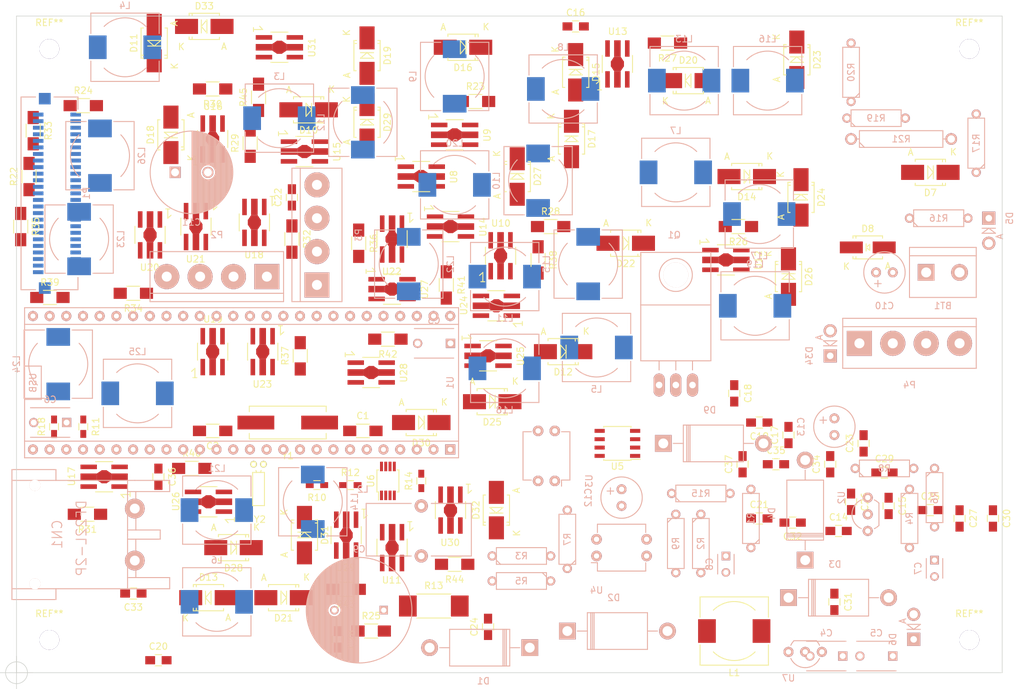
<source format=kicad_pcb>
(kicad_pcb (version 4) (host pcbnew "(2015-09-08 BZR 6170, Git 6269158)-product")
  (layers (0 F.Cu signal) (31 B.Cu signal) (34 B.Paste user) (35 F.Paste user) (36 B.SilkS user) (37 F.SilkS user) (38 B.Mask user) (39 F.Mask user) (44 Edge.Cuts user))
  (net 0 "")
  (net 1 "Net-(BT1-Pad1)")
  (net 2 GND)
  (net 3 "Net-(C1-Pad1)")
  (net 4 "Net-(C2-Pad1)")
  (net 5 +5V)
  (net 6 "Net-(C7-Pad1)")
  (net 7 "Net-(C7-Pad2)")
  (net 8 "Net-(C8-Pad1)")
  (net 9 "Net-(C12-Pad2)")
  (net 10 "Net-(C9-Pad1)")
  (net 11 "Net-(C10-Pad1)")
  (net 12 VCC)
  (net 13 "Net-(C12-Pad1)")
  (net 14 "Net-(CN1-Pad2)")
  (net 15 "Net-(CN1-Pad1)")
  (net 16 "Net-(D6-Pad2)")
  (net 17 "Net-(D7-Pad1)")
  (net 18 "Net-(D7-Pad2)")
  (net 19 "Net-(D8-Pad1)")
  (net 20 "Net-(D9-Pad1)")
  (net 21 "Net-(D10-Pad2)")
  (net 22 "Net-(D11-Pad2)")
  (net 23 "Net-(D12-Pad2)")
  (net 24 "Net-(D13-Pad2)")
  (net 25 "Net-(D14-Pad2)")
  (net 26 "Net-(D15-Pad2)")
  (net 27 "Net-(D16-Pad2)")
  (net 28 "Net-(D17-Pad2)")
  (net 29 "Net-(D18-Pad2)")
  (net 30 "Net-(D19-Pad2)")
  (net 31 "Net-(D20-Pad2)")
  (net 32 "Net-(D21-Pad2)")
  (net 33 "Net-(D22-Pad2)")
  (net 34 "Net-(D23-Pad2)")
  (net 35 "Net-(D24-Pad2)")
  (net 36 "Net-(D25-Pad2)")
  (net 37 "Net-(D26-Pad2)")
  (net 38 "Net-(D27-Pad2)")
  (net 39 "Net-(D28-Pad2)")
  (net 40 "Net-(D29-Pad2)")
  (net 41 "Net-(D30-Pad2)")
  (net 42 "Net-(D31-Pad2)")
  (net 43 "Net-(D32-Pad2)")
  (net 44 "Net-(D33-Pad2)")
  (net 45 "Net-(D34-Pad2)")
  (net 46 /LED_DRIVER_0/LEDC)
  (net 47 /LED_DRIVER_1/LEDC)
  (net 48 /LED_DRIVER_2/LEDC)
  (net 49 /LED_DRIVER_3/LEDC)
  (net 50 /LED_DRIVER_4/LEDC)
  (net 51 /LED_DRIVER_5/LEDC)
  (net 52 /LED_DRIVER_6/LEDC)
  (net 53 /LED_DRIVER_7/LEDC)
  (net 54 /LED_DRIVER_8/LEDC)
  (net 55 /LED_DRIVER_9/LEDC)
  (net 56 /LED_DRIVER_10/LEDC)
  (net 57 /LED_DRIVER_11/LEDC)
  (net 58 /LED_DRIVER_12/LEDC)
  (net 59 /LED_DRIVER_13/LEDC)
  (net 60 /LED_DRIVER_14/LEDC)
  (net 61 /LED_DRIVER_15/LEDC)
  (net 62 /LED_DRIVER_16/LEDC)
  (net 63 /LED_DRIVER_17/LEDC)
  (net 64 /LED_DRIVER_18/LEDC)
  (net 65 /LED_DRIVER_19/LEDC)
  (net 66 /LED_DRIVER_20/LEDC)
  (net 67 /LED_DRIVER_21/LEDC)
  (net 68 /LED_DRIVER_22/LEDC)
  (net 69 /LED_DRIVER_23/LEDC)
  (net 70 /LED_DRIVER_0/LEDA)
  (net 71 /LED_DRIVER_1/LEDA)
  (net 72 /LED_DRIVER_2/LEDA)
  (net 73 /LED_DRIVER_3/LEDA)
  (net 74 /LED_DRIVER_4/LEDA)
  (net 75 /LED_DRIVER_5/LEDA)
  (net 76 /LED_DRIVER_6/LEDA)
  (net 77 /LED_DRIVER_7/LEDA)
  (net 78 /LED_DRIVER_8/LEDA)
  (net 79 /LED_DRIVER_9/LEDA)
  (net 80 /LED_DRIVER_10/LEDA)
  (net 81 /LED_DRIVER_11/LEDA)
  (net 82 "Net-(P1-Pad26)")
  (net 83 /LED_DRIVER_12/LEDA)
  (net 84 /LED_DRIVER_13/LEDA)
  (net 85 /LED_DRIVER_14/LEDA)
  (net 86 /LED_DRIVER_15/LEDA)
  (net 87 /LED_DRIVER_16/LEDA)
  (net 88 /LED_DRIVER_17/LEDA)
  (net 89 /LED_DRIVER_18/LEDA)
  (net 90 /LED_DRIVER_19/LEDA)
  (net 91 /LED_DRIVER_20/LEDA)
  (net 92 /LED_DRIVER_21/LEDA)
  (net 93 /LED_DRIVER_22/LEDA)
  (net 94 /LED_DRIVER_23/LEDA)
  (net 95 /TX)
  (net 96 /RX)
  (net 97 /SCL)
  (net 98 /SDA)
  (net 99 "Net-(Q1-Pad2)")
  (net 100 "Net-(Q1-Pad1)")
  (net 101 "Net-(R1-Pad1)")
  (net 102 "Net-(R2-Pad1)")
  (net 103 /PowerInput/EN)
  (net 104 "Net-(R4-Pad1)")
  (net 105 /PowerInput/BatteryCheck)
  (net 106 "Net-(R7-Pad1)")
  (net 107 "Net-(R7-Pad2)")
  (net 108 /PowerInput/Vsense)
  (net 109 "Net-(R12-Pad2)")
  (net 110 "Net-(R14-Pad1)")
  (net 111 "Net-(R15-Pad2)")
  (net 112 /PowerInput/Isense)
  (net 113 /LED_DRIVER_16/PWM)
  (net 114 /LED_DRIVER_17/PWM)
  (net 115 "Net-(U1-Pad4)")
  (net 116 /LED_DRIVER_18/PWM)
  (net 117 /LED_DRIVER_19/PWM)
  (net 118 /LED_DRIVER_20/PWM)
  (net 119 /LED_DRIVER_21/PWM)
  (net 120 /LED_DRIVER_22/PWM)
  (net 121 "Net-(U1-Pad12)")
  (net 122 "Net-(U1-Pad13)")
  (net 123 "Net-(U1-Pad14)")
  (net 124 /LED_DRIVER_23/PWM)
  (net 125 "Net-(U1-Pad18)")
  (net 126 "Net-(U1-Pad19)")
  (net 127 "Net-(U1-Pad20)")
  (net 128 "Net-(U1-Pad24)")
  (net 129 "Net-(U1-Pad28)")
  (net 130 "Net-(U1-Pad29)")
  (net 131 /LED_DRIVER_14/PWM)
  (net 132 /LED_DRIVER_13/PWM)
  (net 133 /LED_DRIVER_12/PWM)
  (net 134 /LED_DRIVER_11/PWM)
  (net 135 /LED_DRIVER_10/PWM)
  (net 136 /LED_DRIVER_9/PWM)
  (net 137 /LED_DRIVER_8/PWM)
  (net 138 /LED_DRIVER_7/PWM)
  (net 139 /LED_DRIVER_6/PWM)
  (net 140 "Net-(U1-Pad43)")
  (net 141 "Net-(U1-Pad44)")
  (net 142 /LED_DRIVER_4/PWM)
  (net 143 /LED_DRIVER_3/PWM)
  (net 144 /LED_DRIVER_2/PWM)
  (net 145 /LED_DRIVER_1/PWM)
  (net 146 /LED_DRIVER_0/PWM)
  (net 147 /LED_DRIVER_15/PWM)
  (net 148 "Net-(U5-Pad7)")
  (net 149 "Net-(U6-Pad4)")
  (net 150 "Net-(U6-Pad5)")
  (net 151 "Net-(U6-Pad7)")
  (net 152 /LED_DRIVER_5/PWM)
  (module Connect:bornier2 (layer B.Cu) (at 160.97 129.04)
    (fp_text reference BT1 (at 0 5.08) (layer B.SilkS) (effects (justify mirror)))
    (fp_text value Battery)
    (pad 1 thru_hole rect (at -2.54 0) (size 2.54 2.54) (drill 1.524) (layers *.Cu *.Mask B.SilkS) (net 1 "Net-(BT1-Pad1)"))
    (pad 2 thru_hole circle (at 2.54 0) (size 2.54 2.54) (drill 1.524) (layers *.Cu *.Mask B.SilkS) (net 2 GND))
  )
  (module Capacitors_SMD:C_1206_HandSoldering (layer F.Cu) (at 72.705 153.17)
    (fp_text reference C1 (at 0 -2.3) (layer F.SilkS))
    (fp_text value 12p)
    (pad 1 smd rect (at -2 0) (size 2 1.6) (layers F.Cu F.Paste F.Mask) (net 3 "Net-(C1-Pad1)"))
    (pad 2 smd rect (at 2 0) (size 2 1.6) (layers F.Cu F.Paste F.Mask) (net 2 GND))
  )
  (module Capacitors_SMD:C_1206_HandSoldering (layer F.Cu) (at 49.845 153.17 180)
    (fp_text reference C2 (at 0 -2.3 180) (layer F.SilkS))
    (fp_text value 12p)
    (pad 1 smd rect (at -2 0 180) (size 2 1.6) (layers F.Cu F.Paste F.Mask) (net 4 "Net-(C2-Pad1)"))
    (pad 2 smd rect (at 2 0 180) (size 2 1.6) (layers F.Cu F.Paste F.Mask) (net 2 GND))
  )
  (module Capacitors_ThroughHole:C_Disc_D6_P5 (layer B.Cu) (at 86.04 139.835 180)
    (fp_text reference C3 (at 2.5 3.5 180) (layer B.SilkS) (effects (justify mirror)))
    (fp_text value 1u)
    (pad 1 thru_hole rect (at 0 0 180) (size 1.4 1.4) (drill 0.9) (layers *.Cu *.Mask B.SilkS) (net 5 +5V))
    (pad 2 thru_hole circle (at 5 0 180) (size 1.4 1.4) (drill 0.9) (layers *.Cu *.Mask B.SilkS) (net 2 GND))
  )
  (module Capacitors_ThroughHole:C_Disc_D6_P5 (layer B.Cu) (at 145.73 187.46 180)
    (fp_text reference C4 (at 2.5 3.5 180) (layer B.SilkS) (effects (justify mirror)))
    (fp_text value 1u)
    (pad 1 thru_hole rect (at 0 0 180) (size 1.4 1.4) (drill 0.9) (layers *.Cu *.Mask B.SilkS) (net 5 +5V))
    (pad 2 thru_hole circle (at 5 0 180) (size 1.4 1.4) (drill 0.9) (layers *.Cu *.Mask B.SilkS) (net 2 GND))
  )
  (module Capacitors_ThroughHole:C_Disc_D6_P5 (layer B.Cu) (at 153.35 187.46 180)
    (fp_text reference C5 (at 2.5 3.5 180) (layer B.SilkS) (effects (justify mirror)))
    (fp_text value 1u)
    (pad 1 thru_hole rect (at 0 0 180) (size 1.4 1.4) (drill 0.9) (layers *.Cu *.Mask B.SilkS) (net 5 +5V))
    (pad 2 thru_hole circle (at 5 0 180) (size 1.4 1.4) (drill 0.9) (layers *.Cu *.Mask B.SilkS) (net 2 GND))
  )
  (module Capacitors_ThroughHole:C_Disc_D6_P5 (layer B.Cu) (at 27.62 151.9 180)
    (fp_text reference C6 (at 2.5 3.5 180) (layer B.SilkS) (effects (justify mirror)))
    (fp_text value 1u)
    (pad 1 thru_hole rect (at 0 0 180) (size 1.4 1.4) (drill 0.9) (layers *.Cu *.Mask B.SilkS) (net 2 GND))
    (pad 2 thru_hole circle (at 5 0 180) (size 1.4 1.4) (drill 0.9) (layers *.Cu *.Mask B.SilkS) (net 5 +5V))
  )
  (module Capacitors_ThroughHole:C_Disc_D3_P2.5 (layer B.Cu) (at 159.7 172.855 270)
    (fp_text reference C7 (at 1.25 2.5 270) (layer B.SilkS) (effects (justify mirror)))
    (fp_text value 0.1u)
    (pad 1 thru_hole rect (at 0 0 270) (size 1.3 1.3) (drill 0.8) (layers *.Cu *.Mask B.SilkS) (net 6 "Net-(C7-Pad1)"))
    (pad 2 thru_hole circle (at 2.5 0 270) (size 1.3 1.3) (drill 0.8001) (layers *.Cu *.Mask B.SilkS) (net 7 "Net-(C7-Pad2)"))
  )
  (module Capacitors_ThroughHole:C_Disc_D3_P2.5 (layer B.Cu) (at 127.95 172.22 270)
    (fp_text reference C8 (at 1.25 2.5 270) (layer B.SilkS) (effects (justify mirror)))
    (fp_text value 0.01u)
    (pad 1 thru_hole rect (at 0 0 270) (size 1.3 1.3) (drill 0.8) (layers *.Cu *.Mask B.SilkS) (net 8 "Net-(C8-Pad1)"))
    (pad 2 thru_hole circle (at 2.5 0 270) (size 1.3 1.3) (drill 0.8001) (layers *.Cu *.Mask B.SilkS) (net 9 "Net-(C12-Pad2)"))
  )
  (module Capacitors_ThroughHole:C_Radial_D16_L25_P7.5 (layer B.Cu) (at 75.88 180.475 180)
    (fp_text reference C9 (at 3.75 9.3 180) (layer B.SilkS) (effects (justify mirror)))
    (fp_text value 100u)
    (pad 1 thru_hole rect (at 0 0 180) (size 1.3 1.3) (drill 0.8) (layers *.Cu *.Mask B.SilkS) (net 10 "Net-(C9-Pad1)"))
    (pad 2 thru_hole circle (at 7.5 0 180) (size 1.3 1.3) (drill 0.8) (layers *.Cu *.Mask B.SilkS) (net 2 GND))
  )
  (module Capacitors_Elko_ThroughHole:Elko_vert_11.2x6.3mm_RM2.5_CopperClear (layer B.Cu) (at 150.81 129.04)
    (fp_text reference C10 (at 1.27 5.08) (layer B.SilkS) (effects (justify mirror)))
    (fp_text value 47u)
    (pad 2 thru_hole circle (at 2.54 0) (size 1.50114 1.50114) (drill 0.8001) (layers *.Cu *.Mask B.SilkS) (net 2 GND))
    (pad 1 thru_hole circle (at 0 0) (size 1.50114 1.50114) (drill 0.8001) (layers *.Cu *.Mask B.SilkS) (net 11 "Net-(C10-Pad1)"))
  )
  (module Capacitors_ThroughHole:C_Radial_D12.5_L25_P5 (layer B.Cu) (at 44.13 113.8)
    (fp_text reference C11 (at 2.5 7.6) (layer B.SilkS) (effects (justify mirror)))
    (fp_text value 470u)
    (pad 2 thru_hole circle (at 5 0) (size 1.7 1.7) (drill 1.2) (layers *.Cu *.Mask B.SilkS) (net 2 GND))
    (pad 1 thru_hole rect (at 0 0) (size 1.7 1.7) (drill 1.2) (layers *.Cu *.Mask B.SilkS) (net 12 VCC))
  )
  (module Capacitors_Elko_ThroughHole:Elko_vert_11.2x6.3mm_RM2.5_CopperClear (layer B.Cu) (at 112.075 162.06 270)
    (fp_text reference C12 (at 1.27 5.08 270) (layer B.SilkS) (effects (justify mirror)))
    (fp_text value 10u)
    (pad 2 thru_hole circle (at 2.54 0 270) (size 1.50114 1.50114) (drill 0.8001) (layers *.Cu *.Mask B.SilkS) (net 9 "Net-(C12-Pad2)"))
    (pad 1 thru_hole circle (at 0 0 270) (size 1.50114 1.50114) (drill 0.8001) (layers *.Cu *.Mask B.SilkS) (net 13 "Net-(C12-Pad1)"))
  )
  (module Capacitors_Elko_ThroughHole:Elko_vert_11.2x6.3mm_RM2.5_CopperClear (layer B.Cu) (at 144.46 151.265 270)
    (fp_text reference C13 (at 1.27 5.08 270) (layer B.SilkS) (effects (justify mirror)))
    (fp_text value 22u)
    (pad 2 thru_hole circle (at 2.54 0 270) (size 1.50114 1.50114) (drill 0.8001) (layers *.Cu *.Mask B.SilkS) (net 2 GND))
    (pad 1 thru_hole circle (at 0 0 270) (size 1.50114 1.50114) (drill 0.8001) (layers *.Cu *.Mask B.SilkS) (net 5 +5V))
  )
  (module Capacitors_SMD:C_0805_HandSoldering (layer F.Cu) (at 145.095 168.41)
    (fp_text reference C14 (at 0 -2.1) (layer F.SilkS))
    (fp_text value 4.7u)
    (pad 1 smd rect (at -1.25 0) (size 1.5 1.25) (layers F.Cu F.Paste F.Mask) (net 12 VCC))
    (pad 2 smd rect (at 1.25 0) (size 1.5 1.25) (layers F.Cu F.Paste F.Mask) (net 2 GND))
  )
  (module Capacitors_SMD:C_0805_HandSoldering (layer F.Cu) (at 152.715 164.6 270)
    (fp_text reference C15 (at 0 -2.1 270) (layer F.SilkS))
    (fp_text value 4.7u)
    (pad 1 smd rect (at -1.25 0 270) (size 1.5 1.25) (layers F.Cu F.Paste F.Mask) (net 12 VCC))
    (pad 2 smd rect (at 1.25 0 270) (size 1.5 1.25) (layers F.Cu F.Paste F.Mask) (net 2 GND))
  )
  (module Capacitors_SMD:C_0805_HandSoldering (layer F.Cu) (at 105.09 91.575)
    (fp_text reference C16 (at 0 -2.1) (layer F.SilkS))
    (fp_text value 4.7u)
    (pad 1 smd rect (at -1.25 0) (size 1.5 1.25) (layers F.Cu F.Paste F.Mask) (net 12 VCC))
    (pad 2 smd rect (at 1.25 0) (size 1.5 1.25) (layers F.Cu F.Paste F.Mask) (net 2 GND))
  )
  (module Capacitors_SMD:C_0805_HandSoldering (layer F.Cu) (at 137.475 153.805 90)
    (fp_text reference C17 (at 0 -2.1 90) (layer F.SilkS))
    (fp_text value 4.7u)
    (pad 1 smd rect (at -1.25 0 90) (size 1.5 1.25) (layers F.Cu F.Paste F.Mask) (net 12 VCC))
    (pad 2 smd rect (at 1.25 0 90) (size 1.5 1.25) (layers F.Cu F.Paste F.Mask) (net 2 GND))
  )
  (module Capacitors_SMD:C_0805_HandSoldering (layer F.Cu) (at 129.22 147.455 270)
    (fp_text reference C18 (at 0 -2.1 270) (layer F.SilkS))
    (fp_text value 4.7u)
    (pad 1 smd rect (at -1.25 0 270) (size 1.5 1.25) (layers F.Cu F.Paste F.Mask) (net 12 VCC))
    (pad 2 smd rect (at 1.25 0 270) (size 1.5 1.25) (layers F.Cu F.Paste F.Mask) (net 2 GND))
  )
  (module Capacitors_SMD:C_0805_HandSoldering (layer F.Cu) (at 133.03 151.9 180)
    (fp_text reference C19 (at 0 -2.1 180) (layer F.SilkS))
    (fp_text value 4.7u)
    (pad 1 smd rect (at -1.25 0 180) (size 1.5 1.25) (layers F.Cu F.Paste F.Mask) (net 12 VCC))
    (pad 2 smd rect (at 1.25 0 180) (size 1.5 1.25) (layers F.Cu F.Paste F.Mask) (net 2 GND))
  )
  (module Capacitors_SMD:C_0805_HandSoldering (layer F.Cu) (at 41.59 188.095)
    (fp_text reference C20 (at 0 -2.1) (layer F.SilkS))
    (fp_text value 4.7u)
    (pad 1 smd rect (at -1.25 0) (size 1.5 1.25) (layers F.Cu F.Paste F.Mask) (net 12 VCC))
    (pad 2 smd rect (at 1.25 0) (size 1.5 1.25) (layers F.Cu F.Paste F.Mask) (net 2 GND))
  )
  (module Capacitors_SMD:C_0805_HandSoldering (layer F.Cu) (at 133.03 166.505)
    (fp_text reference C21 (at 0 -2.1) (layer F.SilkS))
    (fp_text value 4.7u)
    (pad 1 smd rect (at -1.25 0) (size 1.5 1.25) (layers F.Cu F.Paste F.Mask) (net 12 VCC))
    (pad 2 smd rect (at 1.25 0) (size 1.5 1.25) (layers F.Cu F.Paste F.Mask) (net 2 GND))
  )
  (module Capacitors_SMD:C_0805_HandSoldering (layer F.Cu) (at 61.91 117.61 90)
    (fp_text reference C22 (at 0 -2.1 90) (layer F.SilkS))
    (fp_text value 4.7u)
    (pad 1 smd rect (at -1.25 0 90) (size 1.5 1.25) (layers F.Cu F.Paste F.Mask) (net 12 VCC))
    (pad 2 smd rect (at 1.25 0 90) (size 1.5 1.25) (layers F.Cu F.Paste F.Mask) (net 2 GND))
  )
  (module Capacitors_SMD:C_0805_HandSoldering (layer F.Cu) (at 148.905 155.075 90)
    (fp_text reference C23 (at 0 -2.1 90) (layer F.SilkS))
    (fp_text value 4.7u)
    (pad 1 smd rect (at -1.25 0 90) (size 1.5 1.25) (layers F.Cu F.Paste F.Mask) (net 12 VCC))
    (pad 2 smd rect (at 1.25 0 90) (size 1.5 1.25) (layers F.Cu F.Paste F.Mask) (net 2 GND))
  )
  (module Capacitors_SMD:C_0805_HandSoldering (layer F.Cu) (at 91.755 183.015 90)
    (fp_text reference C24 (at 0 -2.1 90) (layer F.SilkS))
    (fp_text value 4.7u)
    (pad 1 smd rect (at -1.25 0 90) (size 1.5 1.25) (layers F.Cu F.Paste F.Mask) (net 12 VCC))
    (pad 2 smd rect (at 1.25 0 90) (size 1.5 1.25) (layers F.Cu F.Paste F.Mask) (net 2 GND))
  )
  (module Capacitors_SMD:C_0805_HandSoldering (layer F.Cu) (at 159.065 165.235)
    (fp_text reference C25 (at 0 -2.1) (layer F.SilkS))
    (fp_text value 4.7u)
    (pad 1 smd rect (at -1.25 0) (size 1.5 1.25) (layers F.Cu F.Paste F.Mask) (net 12 VCC))
    (pad 2 smd rect (at 1.25 0) (size 1.5 1.25) (layers F.Cu F.Paste F.Mask) (net 2 GND))
  )
  (module Capacitors_SMD:C_0805_HandSoldering (layer F.Cu) (at 147 163.965 270)
    (fp_text reference C26 (at 0 -2.1 270) (layer F.SilkS))
    (fp_text value 4.7u)
    (pad 1 smd rect (at -1.25 0 270) (size 1.5 1.25) (layers F.Cu F.Paste F.Mask) (net 12 VCC))
    (pad 2 smd rect (at 1.25 0 270) (size 1.5 1.25) (layers F.Cu F.Paste F.Mask) (net 2 GND))
  )
  (module Capacitors_SMD:C_0805_HandSoldering (layer F.Cu) (at 163.51 166.505 270)
    (fp_text reference C27 (at 0 -2.1 270) (layer F.SilkS))
    (fp_text value 4.7u)
    (pad 1 smd rect (at -1.25 0 270) (size 1.5 1.25) (layers F.Cu F.Paste F.Mask) (net 12 VCC))
    (pad 2 smd rect (at 1.25 0 270) (size 1.5 1.25) (layers F.Cu F.Paste F.Mask) (net 2 GND))
  )
  (module Capacitors_SMD:C_0805_HandSoldering (layer F.Cu) (at 68.895 184.92 270)
    (fp_text reference C28 (at 0 -2.1 270) (layer F.SilkS))
    (fp_text value 4.7u)
    (pad 1 smd rect (at -1.25 0 270) (size 1.5 1.25) (layers F.Cu F.Paste F.Mask) (net 12 VCC))
    (pad 2 smd rect (at 1.25 0 270) (size 1.5 1.25) (layers F.Cu F.Paste F.Mask) (net 2 GND))
  )
  (module Capacitors_SMD:C_0805_HandSoldering (layer F.Cu) (at 152.08 159.52)
    (fp_text reference C29 (at 0 -2.1) (layer F.SilkS))
    (fp_text value 4.7u)
    (pad 1 smd rect (at -1.25 0) (size 1.5 1.25) (layers F.Cu F.Paste F.Mask) (net 12 VCC))
    (pad 2 smd rect (at 1.25 0) (size 1.5 1.25) (layers F.Cu F.Paste F.Mask) (net 2 GND))
  )
  (module Capacitors_SMD:C_0805_HandSoldering (layer F.Cu) (at 168.59 166.505 270)
    (fp_text reference C30 (at 0 -2.1 270) (layer F.SilkS))
    (fp_text value 4.7u)
    (pad 1 smd rect (at -1.25 0 270) (size 1.5 1.25) (layers F.Cu F.Paste F.Mask) (net 12 VCC))
    (pad 2 smd rect (at 1.25 0 270) (size 1.5 1.25) (layers F.Cu F.Paste F.Mask) (net 2 GND))
  )
  (module Capacitors_SMD:C_0805_HandSoldering (layer F.Cu) (at 144.46 179.205 270)
    (fp_text reference C31 (at 0 -2.1 270) (layer F.SilkS))
    (fp_text value 4.7u)
    (pad 1 smd rect (at -1.25 0 270) (size 1.5 1.25) (layers F.Cu F.Paste F.Mask) (net 12 VCC))
    (pad 2 smd rect (at 1.25 0 270) (size 1.5 1.25) (layers F.Cu F.Paste F.Mask) (net 2 GND))
  )
  (module Capacitors_SMD:C_0805_HandSoldering (layer F.Cu) (at 138.11 167.14 180)
    (fp_text reference C32 (at 0 -2.1 180) (layer F.SilkS))
    (fp_text value 4.7u)
    (pad 1 smd rect (at -1.25 0 180) (size 1.5 1.25) (layers F.Cu F.Paste F.Mask) (net 12 VCC))
    (pad 2 smd rect (at 1.25 0 180) (size 1.5 1.25) (layers F.Cu F.Paste F.Mask) (net 2 GND))
  )
  (module Capacitors_SMD:C_0805_HandSoldering (layer F.Cu) (at 37.78 177.935 180)
    (fp_text reference C33 (at 0 -2.1 180) (layer F.SilkS))
    (fp_text value 4.7u)
    (pad 1 smd rect (at -1.25 0 180) (size 1.5 1.25) (layers F.Cu F.Paste F.Mask) (net 12 VCC))
    (pad 2 smd rect (at 1.25 0 180) (size 1.5 1.25) (layers F.Cu F.Paste F.Mask) (net 2 GND))
  )
  (module Capacitors_SMD:C_0805_HandSoldering (layer F.Cu) (at 143.825 158.25 90)
    (fp_text reference C34 (at 0 -2.1 90) (layer F.SilkS))
    (fp_text value 4.7u)
    (pad 1 smd rect (at -1.25 0 90) (size 1.5 1.25) (layers F.Cu F.Paste F.Mask) (net 12 VCC))
    (pad 2 smd rect (at 1.25 0 90) (size 1.5 1.25) (layers F.Cu F.Paste F.Mask) (net 2 GND))
  )
  (module Capacitors_SMD:C_0805_HandSoldering (layer F.Cu) (at 135.57 158.25)
    (fp_text reference C35 (at 0 -2.1) (layer F.SilkS))
    (fp_text value 4.7u)
    (pad 1 smd rect (at -1.25 0) (size 1.5 1.25) (layers F.Cu F.Paste F.Mask) (net 12 VCC))
    (pad 2 smd rect (at 1.25 0) (size 1.5 1.25) (layers F.Cu F.Paste F.Mask) (net 2 GND))
  )
  (module Capacitors_SMD:C_0805_HandSoldering (layer F.Cu) (at 41.59 160.155 270)
    (fp_text reference C36 (at 0 -2.1 270) (layer F.SilkS))
    (fp_text value 4.7u)
    (pad 1 smd rect (at -1.25 0 270) (size 1.5 1.25) (layers F.Cu F.Paste F.Mask) (net 12 VCC))
    (pad 2 smd rect (at 1.25 0 270) (size 1.5 1.25) (layers F.Cu F.Paste F.Mask) (net 2 GND))
  )
  (module Capacitors_SMD:C_0805_HandSoldering (layer F.Cu) (at 130.49 158.25 90)
    (fp_text reference C37 (at 0 -2.1 90) (layer F.SilkS))
    (fp_text value 4.7u)
    (pad 1 smd rect (at -1.25 0 90) (size 1.5 1.25) (layers F.Cu F.Paste F.Mask) (net 12 VCC))
    (pad 2 smd rect (at 1.25 0 90) (size 1.5 1.25) (layers F.Cu F.Paste F.Mask) (net 2 GND))
  )
  (module conn:CONN_RED_2P (layer B.Cu) (at 38 165 270)
    (fp_text reference CN1 (at 3.94 11.8 270) (layer B.SilkS) (effects (font (size 1.5 1.5)) (justify mirror)))
    (fp_text value DF22L-2P (at 4.51 8.12 270) (layer B.SilkS) (effects (font (size 1.5 1.5)) (justify mirror)))
    (pad 2 thru_hole circle (at 0 0 270) (size 3 3) (drill 1.5) (layers *.Cu *.Mask B.SilkS) (net 14 "Net-(CN1-Pad2)"))
    (pad 1 thru_hole circle (at 7.92 0 270) (size 3 3) (drill 1.5) (layers *.Cu *.Mask B.SilkS) (net 15 "Net-(CN1-Pad1)"))
    (pad "" np_thru_hole circle (at -3.54 15.2 270) (size 1.7 1.7) (drill 1.7) (layers *.Cu *.Mask B.SilkS))
    (pad "" np_thru_hole circle (at 11.46 15.2 270) (size 1.7 1.7) (drill 1.7) (layers *.Cu *.Mask B.SilkS))
  )
  (module Diodes_ThroughHole:Diode_DO-201AD_Horizontal_RM15 (layer B.Cu) (at 98.105 186.19 180)
    (fp_text reference D1 (at 7.06722 -5.07704 180) (layer B.SilkS) (effects (justify mirror)))
    (fp_text value ER504)
    (pad 2 thru_hole circle (at 15.24122 0.00296) (size 2.54 2.54) (drill 1.50114) (layers *.Cu *.Mask B.SilkS) (net 15 "Net-(CN1-Pad1)"))
    (pad 1 thru_hole rect (at 0.00122 0.00296) (size 2.54 2.54) (drill 1.50114) (layers *.Cu *.Mask B.SilkS) (net 10 "Net-(C9-Pad1)"))
  )
  (module Diodes_ThroughHole:Diode_DO-201AD_Horizontal_RM15 (layer B.Cu) (at 103.82 183.65)
    (fp_text reference D2 (at 7.06722 -5.07704) (layer B.SilkS) (effects (justify mirror)))
    (fp_text value ER504)
    (pad 2 thru_hole circle (at 15.24122 0.00296 180) (size 2.54 2.54) (drill 1.50114) (layers *.Cu *.Mask B.SilkS) (net 2 GND))
    (pad 1 thru_hole rect (at 0.00122 0.00296 180) (size 2.54 2.54) (drill 1.50114) (layers *.Cu *.Mask B.SilkS) (net 15 "Net-(CN1-Pad1)"))
  )
  (module Diodes_ThroughHole:Diode_DO-201AD_Horizontal_RM15 (layer B.Cu) (at 137.475 178.57)
    (fp_text reference D3 (at 7.06722 -5.07704) (layer B.SilkS) (effects (justify mirror)))
    (fp_text value ER504)
    (pad 2 thru_hole circle (at 15.24122 0.00296 180) (size 2.54 2.54) (drill 1.50114) (layers *.Cu *.Mask B.SilkS) (net 14 "Net-(CN1-Pad2)"))
    (pad 1 thru_hole rect (at 0.00122 0.00296 180) (size 2.54 2.54) (drill 1.50114) (layers *.Cu *.Mask B.SilkS) (net 10 "Net-(C9-Pad1)"))
  )
  (module Diodes_ThroughHole:Diode_DO-201AD_Horizontal_RM15 (layer B.Cu) (at 140.015 172.855 90)
    (fp_text reference D4 (at 7.06722 -5.07704 90) (layer B.SilkS) (effects (justify mirror)))
    (fp_text value ER504)
    (pad 2 thru_hole circle (at 15.24122 0.00296 270) (size 2.54 2.54) (drill 1.50114) (layers *.Cu *.Mask B.SilkS) (net 2 GND))
    (pad 1 thru_hole rect (at 0.00122 0.00296 270) (size 2.54 2.54) (drill 1.50114) (layers *.Cu *.Mask B.SilkS) (net 14 "Net-(CN1-Pad2)"))
  )
  (module Diodes_ThroughHole:Diode_DO-41_SOD81_Vertical_AnodeUp (layer B.Cu) (at 167.955 120.785 270)
    (fp_text reference D5 (at 0 -3.175 270) (layer B.SilkS) (effects (justify mirror)))
    (fp_text value 24V)
    (fp_text user A (at 2.794 -1.651 270) (layer B.SilkS) (effects (justify mirror)))
    (pad 2 thru_hole circle (at 3.81 0 270) (size 1.99898 1.99898) (drill 1.27) (layers *.Cu *.Mask B.SilkS) (net 9 "Net-(C12-Pad2)"))
    (pad 1 thru_hole rect (at 0 0 270) (size 1.99898 1.99898) (drill 1.00076) (layers *.Cu *.Mask B.SilkS) (net 13 "Net-(C12-Pad1)"))
  )
  (module Diodes_ThroughHole:Diode_DO-41_SOD81_Vertical_AnodeUp (layer B.Cu) (at 156.525 184.92 90)
    (fp_text reference D6 (at 0 -3.175 90) (layer B.SilkS) (effects (justify mirror)))
    (fp_text value 1S4)
    (fp_text user A (at 2.794 -1.651 90) (layer B.SilkS) (effects (justify mirror)))
    (pad 2 thru_hole circle (at 3.81 0 90) (size 1.99898 1.99898) (drill 1.27) (layers *.Cu *.Mask B.SilkS) (net 16 "Net-(D6-Pad2)"))
    (pad 1 thru_hole rect (at 0 0 90) (size 1.99898 1.99898) (drill 1.00076) (layers *.Cu *.Mask B.SilkS) (net 5 +5V))
  )
  (module Diodes_SMD:SMB_Handsoldering (layer F.Cu) (at 159.065 113.8 180)
    (fp_text reference D7 (at 0 -3.1 180) (layer F.SilkS))
    (fp_text value D1FS4A)
    (fp_text user K (at -3.5 3.1 180) (layer F.SilkS))
    (fp_text user A (at 3 3.05 180) (layer F.SilkS))
    (pad 1 smd rect (at -2.70002 0 180) (size 3.50012 2.30124) (layers F.Cu F.Paste F.Mask) (net 17 "Net-(D7-Pad1)"))
    (pad 2 smd rect (at 2.70002 0 180) (size 3.50012 2.30124) (layers F.Cu F.Paste F.Mask) (net 18 "Net-(D7-Pad2)"))
  )
  (module Diodes_SMD:SMA_Handsoldering (layer F.Cu) (at 149.54 125.23)
    (fp_text reference D8 (at 0 -2.85) (layer F.SilkS))
    (fp_text value ES1D)
    (fp_text user K (at -3.25 2.9) (layer F.SilkS))
    (fp_text user A (at 3.05 2.85) (layer F.SilkS))
    (pad 1 smd rect (at -2.49936 0) (size 3.50012 1.80086) (layers F.Cu F.Paste F.Mask) (net 19 "Net-(D8-Pad1)"))
    (pad 2 smd rect (at 2.49936 0) (size 3.50012 1.80086) (layers F.Cu F.Paste F.Mask) (net 12 VCC))
  )
  (module Diodes_ThroughHole:Diode_DO-201AD_Horizontal_RM15 (layer B.Cu) (at 118.425 155.075)
    (fp_text reference D9 (at 7.06722 -5.07704) (layer B.SilkS) (effects (justify mirror)))
    (fp_text value ER504)
    (pad 2 thru_hole circle (at 15.24122 0.00296 180) (size 2.54 2.54) (drill 1.50114) (layers *.Cu *.Mask B.SilkS) (net 2 GND))
    (pad 1 thru_hole rect (at 0.00122 0.00296 180) (size 2.54 2.54) (drill 1.50114) (layers *.Cu *.Mask B.SilkS) (net 20 "Net-(D9-Pad1)"))
  )
  (module Diodes_SMD:SMB_Handsoldering (layer F.Cu) (at 64.45 104.275 180)
    (fp_text reference D10 (at 0 -3.1 180) (layer F.SilkS))
    (fp_text value D1FS4A)
    (fp_text user K (at -3.5 3.1 180) (layer F.SilkS))
    (fp_text user A (at 3 3.05 180) (layer F.SilkS))
    (pad 1 smd rect (at -2.70002 0 180) (size 3.50012 2.30124) (layers F.Cu F.Paste F.Mask) (net 12 VCC))
    (pad 2 smd rect (at 2.70002 0 180) (size 3.50012 2.30124) (layers F.Cu F.Paste F.Mask) (net 21 "Net-(D10-Pad2)"))
  )
  (module Diodes_SMD:SMB_Handsoldering (layer F.Cu) (at 40.955 94.115 90)
    (fp_text reference D11 (at 0 -3.1 90) (layer F.SilkS))
    (fp_text value D1FS4A)
    (fp_text user K (at -3.5 3.1 90) (layer F.SilkS))
    (fp_text user A (at 3 3.05 90) (layer F.SilkS))
    (pad 1 smd rect (at -2.70002 0 90) (size 3.50012 2.30124) (layers F.Cu F.Paste F.Mask) (net 12 VCC))
    (pad 2 smd rect (at 2.70002 0 90) (size 3.50012 2.30124) (layers F.Cu F.Paste F.Mask) (net 22 "Net-(D11-Pad2)"))
  )
  (module Diodes_SMD:SMB_Handsoldering (layer F.Cu) (at 103.185 141.105 180)
    (fp_text reference D12 (at 0 -3.1 180) (layer F.SilkS))
    (fp_text value D1FS4A)
    (fp_text user K (at -3.5 3.1 180) (layer F.SilkS))
    (fp_text user A (at 3 3.05 180) (layer F.SilkS))
    (pad 1 smd rect (at -2.70002 0 180) (size 3.50012 2.30124) (layers F.Cu F.Paste F.Mask) (net 12 VCC))
    (pad 2 smd rect (at 2.70002 0 180) (size 3.50012 2.30124) (layers F.Cu F.Paste F.Mask) (net 23 "Net-(D12-Pad2)"))
  )
  (module Diodes_SMD:SMB_Handsoldering (layer F.Cu) (at 49.21 178.57)
    (fp_text reference D13 (at 0 -3.1) (layer F.SilkS))
    (fp_text value D1FS4A)
    (fp_text user K (at -3.5 3.1) (layer F.SilkS))
    (fp_text user A (at 3 3.05) (layer F.SilkS))
    (pad 1 smd rect (at -2.70002 0) (size 3.50012 2.30124) (layers F.Cu F.Paste F.Mask) (net 12 VCC))
    (pad 2 smd rect (at 2.70002 0) (size 3.50012 2.30124) (layers F.Cu F.Paste F.Mask) (net 24 "Net-(D13-Pad2)"))
  )
  (module Diodes_SMD:SMB_Handsoldering (layer F.Cu) (at 131.125 114.435 180)
    (fp_text reference D14 (at 0 -3.1 180) (layer F.SilkS))
    (fp_text value D1FS4A)
    (fp_text user K (at -3.5 3.1 180) (layer F.SilkS))
    (fp_text user A (at 3 3.05 180) (layer F.SilkS))
    (pad 1 smd rect (at -2.70002 0 180) (size 3.50012 2.30124) (layers F.Cu F.Paste F.Mask) (net 12 VCC))
    (pad 2 smd rect (at 2.70002 0 180) (size 3.50012 2.30124) (layers F.Cu F.Paste F.Mask) (net 25 "Net-(D14-Pad2)"))
  )
  (module Diodes_SMD:SMB_Handsoldering (layer F.Cu) (at 105.09 98.56 270)
    (fp_text reference D15 (at 0 -3.1 270) (layer F.SilkS))
    (fp_text value D1FS4A)
    (fp_text user K (at -3.5 3.1 270) (layer F.SilkS))
    (fp_text user A (at 3 3.05 270) (layer F.SilkS))
    (pad 1 smd rect (at -2.70002 0 270) (size 3.50012 2.30124) (layers F.Cu F.Paste F.Mask) (net 12 VCC))
    (pad 2 smd rect (at 2.70002 0 270) (size 3.50012 2.30124) (layers F.Cu F.Paste F.Mask) (net 26 "Net-(D15-Pad2)"))
  )
  (module Diodes_SMD:SMB_Handsoldering (layer F.Cu) (at 87.945 94.75 180)
    (fp_text reference D16 (at 0 -3.1 180) (layer F.SilkS))
    (fp_text value D1FS4A)
    (fp_text user K (at -3.5 3.1 180) (layer F.SilkS))
    (fp_text user A (at 3 3.05 180) (layer F.SilkS))
    (pad 1 smd rect (at -2.70002 0 180) (size 3.50012 2.30124) (layers F.Cu F.Paste F.Mask) (net 12 VCC))
    (pad 2 smd rect (at 2.70002 0 180) (size 3.50012 2.30124) (layers F.Cu F.Paste F.Mask) (net 27 "Net-(D16-Pad2)"))
  )
  (module Diodes_SMD:SMB_Handsoldering (layer F.Cu) (at 104.455 108.72 270)
    (fp_text reference D17 (at 0 -3.1 270) (layer F.SilkS))
    (fp_text value D1FS4A)
    (fp_text user K (at -3.5 3.1 270) (layer F.SilkS))
    (fp_text user A (at 3 3.05 270) (layer F.SilkS))
    (pad 1 smd rect (at -2.70002 0 270) (size 3.50012 2.30124) (layers F.Cu F.Paste F.Mask) (net 12 VCC))
    (pad 2 smd rect (at 2.70002 0 270) (size 3.50012 2.30124) (layers F.Cu F.Paste F.Mask) (net 28 "Net-(D17-Pad2)"))
  )
  (module Diodes_SMD:SMB_Handsoldering (layer F.Cu) (at 43.495 108.085 90)
    (fp_text reference D18 (at 0 -3.1 90) (layer F.SilkS))
    (fp_text value D1FS4A)
    (fp_text user K (at -3.5 3.1 90) (layer F.SilkS))
    (fp_text user A (at 3 3.05 90) (layer F.SilkS))
    (pad 1 smd rect (at -2.70002 0 90) (size 3.50012 2.30124) (layers F.Cu F.Paste F.Mask) (net 12 VCC))
    (pad 2 smd rect (at 2.70002 0 90) (size 3.50012 2.30124) (layers F.Cu F.Paste F.Mask) (net 29 "Net-(D18-Pad2)"))
  )
  (module Diodes_SMD:SMB_Handsoldering (layer F.Cu) (at 73.34 96.02 270)
    (fp_text reference D19 (at 0 -3.1 270) (layer F.SilkS))
    (fp_text value D1FS4A)
    (fp_text user K (at -3.5 3.1 270) (layer F.SilkS))
    (fp_text user A (at 3 3.05 270) (layer F.SilkS))
    (pad 1 smd rect (at -2.70002 0 270) (size 3.50012 2.30124) (layers F.Cu F.Paste F.Mask) (net 12 VCC))
    (pad 2 smd rect (at 2.70002 0 270) (size 3.50012 2.30124) (layers F.Cu F.Paste F.Mask) (net 30 "Net-(D19-Pad2)"))
  )
  (module Diodes_SMD:SMB_Handsoldering (layer F.Cu) (at 122.235 99.83)
    (fp_text reference D20 (at 0 -3.1) (layer F.SilkS))
    (fp_text value D1FS4A)
    (fp_text user K (at -3.5 3.1) (layer F.SilkS))
    (fp_text user A (at 3 3.05) (layer F.SilkS))
    (pad 1 smd rect (at -2.70002 0) (size 3.50012 2.30124) (layers F.Cu F.Paste F.Mask) (net 12 VCC))
    (pad 2 smd rect (at 2.70002 0) (size 3.50012 2.30124) (layers F.Cu F.Paste F.Mask) (net 31 "Net-(D20-Pad2)"))
  )
  (module Diodes_SMD:SMB_Handsoldering (layer F.Cu) (at 60.64 178.57 180)
    (fp_text reference D21 (at 0 -3.1 180) (layer F.SilkS))
    (fp_text value D1FS4A)
    (fp_text user K (at -3.5 3.1 180) (layer F.SilkS))
    (fp_text user A (at 3 3.05 180) (layer F.SilkS))
    (pad 1 smd rect (at -2.70002 0 180) (size 3.50012 2.30124) (layers F.Cu F.Paste F.Mask) (net 12 VCC))
    (pad 2 smd rect (at 2.70002 0 180) (size 3.50012 2.30124) (layers F.Cu F.Paste F.Mask) (net 32 "Net-(D21-Pad2)"))
  )
  (module Diodes_SMD:SMB_Handsoldering (layer F.Cu) (at 112.71 124.595 180)
    (fp_text reference D22 (at 0 -3.1 180) (layer F.SilkS))
    (fp_text value D1FS4A)
    (fp_text user K (at -3.5 3.1 180) (layer F.SilkS))
    (fp_text user A (at 3 3.05 180) (layer F.SilkS))
    (pad 1 smd rect (at -2.70002 0 180) (size 3.50012 2.30124) (layers F.Cu F.Paste F.Mask) (net 12 VCC))
    (pad 2 smd rect (at 2.70002 0 180) (size 3.50012 2.30124) (layers F.Cu F.Paste F.Mask) (net 33 "Net-(D22-Pad2)"))
  )
  (module Diodes_SMD:SMB_Handsoldering (layer F.Cu) (at 138.745 96.655 270)
    (fp_text reference D23 (at 0 -3.1 270) (layer F.SilkS))
    (fp_text value D1FS4A)
    (fp_text user K (at -3.5 3.1 270) (layer F.SilkS))
    (fp_text user A (at 3 3.05 270) (layer F.SilkS))
    (pad 1 smd rect (at -2.70002 0 270) (size 3.50012 2.30124) (layers F.Cu F.Paste F.Mask) (net 12 VCC))
    (pad 2 smd rect (at 2.70002 0 270) (size 3.50012 2.30124) (layers F.Cu F.Paste F.Mask) (net 34 "Net-(D23-Pad2)"))
  )
  (module Diodes_SMD:SMB_Handsoldering (layer F.Cu) (at 139.38 117.61 270)
    (fp_text reference D24 (at 0 -3.1 270) (layer F.SilkS))
    (fp_text value D1FS4A)
    (fp_text user K (at -3.5 3.1 270) (layer F.SilkS))
    (fp_text user A (at 3 3.05 270) (layer F.SilkS))
    (pad 1 smd rect (at -2.70002 0 270) (size 3.50012 2.30124) (layers F.Cu F.Paste F.Mask) (net 12 VCC))
    (pad 2 smd rect (at 2.70002 0 270) (size 3.50012 2.30124) (layers F.Cu F.Paste F.Mask) (net 35 "Net-(D24-Pad2)"))
  )
  (module Diodes_SMD:SMB_Handsoldering (layer F.Cu) (at 92.39 148.725 180)
    (fp_text reference D25 (at 0 -3.1 180) (layer F.SilkS))
    (fp_text value D1FS4A)
    (fp_text user K (at -3.5 3.1 180) (layer F.SilkS))
    (fp_text user A (at 3 3.05 180) (layer F.SilkS))
    (pad 1 smd rect (at -2.70002 0 180) (size 3.50012 2.30124) (layers F.Cu F.Paste F.Mask) (net 12 VCC))
    (pad 2 smd rect (at 2.70002 0 180) (size 3.50012 2.30124) (layers F.Cu F.Paste F.Mask) (net 36 "Net-(D25-Pad2)"))
  )
  (module Diodes_SMD:SMB_Handsoldering (layer F.Cu) (at 137.475 129.675 270)
    (fp_text reference D26 (at 0 -3.1 270) (layer F.SilkS))
    (fp_text value D1FS4A)
    (fp_text user K (at -3.5 3.1 270) (layer F.SilkS))
    (fp_text user A (at 3 3.05 270) (layer F.SilkS))
    (pad 1 smd rect (at -2.70002 0 270) (size 3.50012 2.30124) (layers F.Cu F.Paste F.Mask) (net 12 VCC))
    (pad 2 smd rect (at 2.70002 0 270) (size 3.50012 2.30124) (layers F.Cu F.Paste F.Mask) (net 37 "Net-(D26-Pad2)"))
  )
  (module Diodes_SMD:SMB_Handsoldering (layer F.Cu) (at 96.2 114.435 270)
    (fp_text reference D27 (at 0 -3.1 270) (layer F.SilkS))
    (fp_text value D1FS4A)
    (fp_text user K (at -3.5 3.1 270) (layer F.SilkS))
    (fp_text user A (at 3 3.05 270) (layer F.SilkS))
    (pad 1 smd rect (at -2.70002 0 270) (size 3.50012 2.30124) (layers F.Cu F.Paste F.Mask) (net 12 VCC))
    (pad 2 smd rect (at 2.70002 0 270) (size 3.50012 2.30124) (layers F.Cu F.Paste F.Mask) (net 38 "Net-(D27-Pad2)"))
  )
  (module Diodes_SMD:SMB_Handsoldering (layer F.Cu) (at 53.02 170.95 180)
    (fp_text reference D28 (at 0 -3.1 180) (layer F.SilkS))
    (fp_text value D1FS4A)
    (fp_text user K (at -3.5 3.1 180) (layer F.SilkS))
    (fp_text user A (at 3 3.05 180) (layer F.SilkS))
    (pad 1 smd rect (at -2.70002 0 180) (size 3.50012 2.30124) (layers F.Cu F.Paste F.Mask) (net 12 VCC))
    (pad 2 smd rect (at 2.70002 0 180) (size 3.50012 2.30124) (layers F.Cu F.Paste F.Mask) (net 39 "Net-(D28-Pad2)"))
  )
  (module Diodes_SMD:SMB_Handsoldering (layer F.Cu) (at 73.34 106.18 270)
    (fp_text reference D29 (at 0 -3.1 270) (layer F.SilkS))
    (fp_text value D1FS4A)
    (fp_text user K (at -3.5 3.1 270) (layer F.SilkS))
    (fp_text user A (at 3 3.05 270) (layer F.SilkS))
    (pad 1 smd rect (at -2.70002 0 270) (size 3.50012 2.30124) (layers F.Cu F.Paste F.Mask) (net 12 VCC))
    (pad 2 smd rect (at 2.70002 0 270) (size 3.50012 2.30124) (layers F.Cu F.Paste F.Mask) (net 40 "Net-(D29-Pad2)"))
  )
  (module Diodes_SMD:SMB_Handsoldering (layer F.Cu) (at 81.595 151.9 180)
    (fp_text reference D30 (at 0 -3.1 180) (layer F.SilkS))
    (fp_text value D1FS4A)
    (fp_text user K (at -3.5 3.1 180) (layer F.SilkS))
    (fp_text user A (at 3 3.05 180) (layer F.SilkS))
    (pad 1 smd rect (at -2.70002 0 180) (size 3.50012 2.30124) (layers F.Cu F.Paste F.Mask) (net 12 VCC))
    (pad 2 smd rect (at 2.70002 0 180) (size 3.50012 2.30124) (layers F.Cu F.Paste F.Mask) (net 41 "Net-(D30-Pad2)"))
  )
  (module Diodes_SMD:SMB_Handsoldering (layer F.Cu) (at 63.815 169.045 270)
    (fp_text reference D31 (at 0 -3.1 270) (layer F.SilkS))
    (fp_text value D1FS4A)
    (fp_text user K (at -3.5 3.1 270) (layer F.SilkS))
    (fp_text user A (at 3 3.05 270) (layer F.SilkS))
    (pad 1 smd rect (at -2.70002 0 270) (size 3.50012 2.30124) (layers F.Cu F.Paste F.Mask) (net 12 VCC))
    (pad 2 smd rect (at 2.70002 0 270) (size 3.50012 2.30124) (layers F.Cu F.Paste F.Mask) (net 42 "Net-(D31-Pad2)"))
  )
  (module Diodes_SMD:SMB_Handsoldering (layer F.Cu) (at 93.025 165.235 90)
    (fp_text reference D32 (at 0 -3.1 90) (layer F.SilkS))
    (fp_text value D1FS4A)
    (fp_text user K (at -3.5 3.1 90) (layer F.SilkS))
    (fp_text user A (at 3 3.05 90) (layer F.SilkS))
    (pad 1 smd rect (at -2.70002 0 90) (size 3.50012 2.30124) (layers F.Cu F.Paste F.Mask) (net 12 VCC))
    (pad 2 smd rect (at 2.70002 0 90) (size 3.50012 2.30124) (layers F.Cu F.Paste F.Mask) (net 43 "Net-(D32-Pad2)"))
  )
  (module Diodes_SMD:SMB_Handsoldering (layer F.Cu) (at 48.575 91.575)
    (fp_text reference D33 (at 0 -3.1) (layer F.SilkS))
    (fp_text value D1FS4A)
    (fp_text user K (at -3.5 3.1) (layer F.SilkS))
    (fp_text user A (at 3 3.05) (layer F.SilkS))
    (pad 1 smd rect (at -2.70002 0) (size 3.50012 2.30124) (layers F.Cu F.Paste F.Mask) (net 12 VCC))
    (pad 2 smd rect (at 2.70002 0) (size 3.50012 2.30124) (layers F.Cu F.Paste F.Mask) (net 44 "Net-(D33-Pad2)"))
  )
  (module Diodes_ThroughHole:Diode_DO-41_SOD81_Vertical_AnodeUp (layer B.Cu) (at 143.825 141.74 90)
    (fp_text reference D34 (at 0 -3.175 90) (layer B.SilkS) (effects (justify mirror)))
    (fp_text value 1S4)
    (fp_text user A (at 2.794 -1.651 90) (layer B.SilkS) (effects (justify mirror)))
    (pad 2 thru_hole circle (at 3.81 0 90) (size 1.99898 1.99898) (drill 1.27) (layers *.Cu *.Mask B.SilkS) (net 45 "Net-(D34-Pad2)"))
    (pad 1 thru_hole rect (at 0 0 90) (size 1.99898 1.99898) (drill 1.00076) (layers *.Cu *.Mask B.SilkS) (net 11 "Net-(C10-Pad1)"))
  )
  (module Choke_SMD:Choke_SMD_10.4x10.4_H4.8 (layer F.Cu) (at 129.22 183.65 180)
    (fp_text reference L1 (at 0 -6.35 180) (layer F.SilkS))
    (fp_text value 100u)
    (pad 1 smd rect (at -4.15 0 180) (size 2.7 3.6) (layers F.Cu F.Paste F.Mask) (net 16 "Net-(D6-Pad2)"))
    (pad 2 smd rect (at 4.15 0 180) (size 2.7 3.6) (layers F.Cu F.Paste F.Mask) (net 11 "Net-(C10-Pad1)"))
  )
  (module Choke_Toroid_ThroughHole:Choke_Toroid_8x16mm_Vertical (layer B.Cu) (at 89.215 172.22 180)
    (fp_text reference L2 (at 16.51 10.16 180) (layer B.SilkS) (effects (justify mirror)))
    (fp_text value 100u)
    (pad 1 thru_hole circle (at 7.62 0 180) (size 1.99898 1.99898) (drill 1.00076) (layers *.Cu *.Mask B.SilkS) (net 9 "Net-(C12-Pad2)"))
    (pad 2 thru_hole circle (at 7.62 7.62 180) (size 1.99898 1.99898) (drill 1.00076) (layers *.Cu *.Mask B.SilkS) (net 12 VCC))
  )
  (module Choke_SMD:Choke_SMD_10.4x10.4_H4.8 (layer B.Cu) (at 60.005 105.545 180)
    (fp_text reference L3 (at 0 6.35 180) (layer B.SilkS) (effects (justify mirror)))
    (fp_text value 68u)
    (pad 1 smd rect (at -4.15 0 180) (size 2.7 3.6) (layers B.Cu B.Paste B.Mask) (net 21 "Net-(D10-Pad2)"))
    (pad 2 smd rect (at 4.15 0 180) (size 2.7 3.6) (layers B.Cu B.Paste B.Mask) (net 46 /LED_DRIVER_0/LEDC))
  )
  (module Choke_SMD:Choke_SMD_10.4x10.4_H4.8 (layer B.Cu) (at 36.51 94.75 180)
    (fp_text reference L4 (at 0 6.35 180) (layer B.SilkS) (effects (justify mirror)))
    (fp_text value 68u)
    (pad 1 smd rect (at -4.15 0 180) (size 2.7 3.6) (layers B.Cu B.Paste B.Mask) (net 22 "Net-(D11-Pad2)"))
    (pad 2 smd rect (at 4.15 0 180) (size 2.7 3.6) (layers B.Cu B.Paste B.Mask) (net 47 /LED_DRIVER_1/LEDC))
  )
  (module Choke_SMD:Choke_SMD_10.4x10.4_H4.8 (layer B.Cu) (at 108.265 140.47)
    (fp_text reference L5 (at 0 6.35) (layer B.SilkS) (effects (justify mirror)))
    (fp_text value 68u)
    (pad 1 smd rect (at -4.15 0) (size 2.7 3.6) (layers B.Cu B.Paste B.Mask) (net 23 "Net-(D12-Pad2)"))
    (pad 2 smd rect (at 4.15 0) (size 2.7 3.6) (layers B.Cu B.Paste B.Mask) (net 48 /LED_DRIVER_2/LEDC))
  )
  (module Choke_SMD:Choke_SMD_10.4x10.4_H4.8 (layer B.Cu) (at 50.48 179.205 180)
    (fp_text reference L6 (at 0 6.35 180) (layer B.SilkS) (effects (justify mirror)))
    (fp_text value 68u)
    (pad 1 smd rect (at -4.15 0 180) (size 2.7 3.6) (layers B.Cu B.Paste B.Mask) (net 24 "Net-(D13-Pad2)"))
    (pad 2 smd rect (at 4.15 0 180) (size 2.7 3.6) (layers B.Cu B.Paste B.Mask) (net 49 /LED_DRIVER_3/LEDC))
  )
  (module Choke_SMD:Choke_SMD_10.4x10.4_H4.8 (layer B.Cu) (at 120.33 113.8 180)
    (fp_text reference L7 (at 0 6.35 180) (layer B.SilkS) (effects (justify mirror)))
    (fp_text value 68u)
    (pad 1 smd rect (at -4.15 0 180) (size 2.7 3.6) (layers B.Cu B.Paste B.Mask) (net 25 "Net-(D14-Pad2)"))
    (pad 2 smd rect (at 4.15 0 180) (size 2.7 3.6) (layers B.Cu B.Paste B.Mask) (net 50 /LED_DRIVER_4/LEDC))
  )
  (module Choke_SMD:Choke_SMD_10.4x10.4_H4.8 (layer B.Cu) (at 103.185 101.1 180)
    (fp_text reference L8 (at 0 6.35 180) (layer B.SilkS) (effects (justify mirror)))
    (fp_text value 68u)
    (pad 1 smd rect (at -4.15 0 180) (size 2.7 3.6) (layers B.Cu B.Paste B.Mask) (net 26 "Net-(D15-Pad2)"))
    (pad 2 smd rect (at 4.15 0 180) (size 2.7 3.6) (layers B.Cu B.Paste B.Mask) (net 51 /LED_DRIVER_5/LEDC))
  )
  (module Choke_SMD:Choke_SMD_10.4x10.4_H4.8 (layer B.Cu) (at 86.675 99.195 270)
    (fp_text reference L9 (at 0 6.35 270) (layer B.SilkS) (effects (justify mirror)))
    (fp_text value 68u)
    (pad 1 smd rect (at -4.15 0 270) (size 2.7 3.6) (layers B.Cu B.Paste B.Mask) (net 27 "Net-(D16-Pad2)"))
    (pad 2 smd rect (at 4.15 0 270) (size 2.7 3.6) (layers B.Cu B.Paste B.Mask) (net 52 /LED_DRIVER_6/LEDC))
  )
  (module Choke_SMD:Choke_SMD_10.4x10.4_H4.8 (layer B.Cu) (at 99.375 115.07 270)
    (fp_text reference L10 (at 0 6.35 270) (layer B.SilkS) (effects (justify mirror)))
    (fp_text value 68u)
    (pad 1 smd rect (at -4.15 0 270) (size 2.7 3.6) (layers B.Cu B.Paste B.Mask) (net 28 "Net-(D17-Pad2)"))
    (pad 2 smd rect (at 4.15 0 270) (size 2.7 3.6) (layers B.Cu B.Paste B.Mask) (net 53 /LED_DRIVER_7/LEDC))
  )
  (module Choke_SMD:Choke_SMD_10.4x10.4_H4.8 (layer B.Cu) (at 94.295 129.675)
    (fp_text reference L11 (at 0 6.35) (layer B.SilkS) (effects (justify mirror)))
    (fp_text value 68u)
    (pad 1 smd rect (at -4.15 0) (size 2.7 3.6) (layers B.Cu B.Paste B.Mask) (net 29 "Net-(D18-Pad2)"))
    (pad 2 smd rect (at 4.15 0) (size 2.7 3.6) (layers B.Cu B.Paste B.Mask) (net 54 /LED_DRIVER_8/LEDC))
  )
  (module Choke_SMD:Choke_SMD_10.4x10.4_H4.8 (layer B.Cu) (at 72.705 106.18 270)
    (fp_text reference L12 (at 0 6.35 270) (layer B.SilkS) (effects (justify mirror)))
    (fp_text value 68u)
    (pad 1 smd rect (at -4.15 0 270) (size 2.7 3.6) (layers B.Cu B.Paste B.Mask) (net 30 "Net-(D19-Pad2)"))
    (pad 2 smd rect (at 4.15 0 270) (size 2.7 3.6) (layers B.Cu B.Paste B.Mask) (net 55 /LED_DRIVER_9/LEDC))
  )
  (module Choke_SMD:Choke_SMD_10.4x10.4_H4.8 (layer B.Cu) (at 121.6 99.83 180)
    (fp_text reference L13 (at 0 6.35 180) (layer B.SilkS) (effects (justify mirror)))
    (fp_text value 68u)
    (pad 1 smd rect (at -4.15 0 180) (size 2.7 3.6) (layers B.Cu B.Paste B.Mask) (net 31 "Net-(D20-Pad2)"))
    (pad 2 smd rect (at 4.15 0 180) (size 2.7 3.6) (layers B.Cu B.Paste B.Mask) (net 56 /LED_DRIVER_10/LEDC))
  )
  (module Choke_SMD:Choke_SMD_10.4x10.4_H4.8 (layer B.Cu) (at 65.085 163.965 90)
    (fp_text reference L14 (at 0 6.35 90) (layer B.SilkS) (effects (justify mirror)))
    (fp_text value 68u)
    (pad 1 smd rect (at -4.15 0 90) (size 2.7 3.6) (layers B.Cu B.Paste B.Mask) (net 32 "Net-(D21-Pad2)"))
    (pad 2 smd rect (at 4.15 0 90) (size 2.7 3.6) (layers B.Cu B.Paste B.Mask) (net 57 /LED_DRIVER_11/LEDC))
  )
  (module Choke_SMD:Choke_SMD_10.4x10.4_H4.8 (layer B.Cu) (at 106.995 127.77 270)
    (fp_text reference L15 (at 0 6.35 270) (layer B.SilkS) (effects (justify mirror)))
    (fp_text value 68u)
    (pad 1 smd rect (at -4.15 0 270) (size 2.7 3.6) (layers B.Cu B.Paste B.Mask) (net 33 "Net-(D22-Pad2)"))
    (pad 2 smd rect (at 4.15 0 270) (size 2.7 3.6) (layers B.Cu B.Paste B.Mask) (net 58 /LED_DRIVER_12/LEDC))
  )
  (module Choke_SMD:Choke_SMD_10.4x10.4_H4.8 (layer B.Cu) (at 134.3 99.83 180)
    (fp_text reference L16 (at 0 6.35 180) (layer B.SilkS) (effects (justify mirror)))
    (fp_text value 68u)
    (pad 1 smd rect (at -4.15 0 180) (size 2.7 3.6) (layers B.Cu B.Paste B.Mask) (net 34 "Net-(D23-Pad2)"))
    (pad 2 smd rect (at 4.15 0 180) (size 2.7 3.6) (layers B.Cu B.Paste B.Mask) (net 59 /LED_DRIVER_13/LEDC))
  )
  (module Choke_SMD:Choke_SMD_10.4x10.4_H4.8 (layer B.Cu) (at 133.03 120.15)
    (fp_text reference L17 (at 0 6.35) (layer B.SilkS) (effects (justify mirror)))
    (fp_text value 68u)
    (pad 1 smd rect (at -4.15 0) (size 2.7 3.6) (layers B.Cu B.Paste B.Mask) (net 35 "Net-(D24-Pad2)"))
    (pad 2 smd rect (at 4.15 0) (size 2.7 3.6) (layers B.Cu B.Paste B.Mask) (net 60 /LED_DRIVER_14/LEDC))
  )
  (module Choke_SMD:Choke_SMD_10.4x10.4_H4.8 (layer B.Cu) (at 94.295 143.645)
    (fp_text reference L18 (at 0 6.35) (layer B.SilkS) (effects (justify mirror)))
    (fp_text value 68u)
    (pad 1 smd rect (at -4.15 0) (size 2.7 3.6) (layers B.Cu B.Paste B.Mask) (net 36 "Net-(D25-Pad2)"))
    (pad 2 smd rect (at 4.15 0) (size 2.7 3.6) (layers B.Cu B.Paste B.Mask) (net 61 /LED_DRIVER_15/LEDC))
  )
  (module Choke_SMD:Choke_SMD_10.4x10.4_H4.8 (layer B.Cu) (at 132.395 134.12 180)
    (fp_text reference L19 (at 0 6.35 180) (layer B.SilkS) (effects (justify mirror)))
    (fp_text value 68u)
    (pad 1 smd rect (at -4.15 0 180) (size 2.7 3.6) (layers B.Cu B.Paste B.Mask) (net 37 "Net-(D26-Pad2)"))
    (pad 2 smd rect (at 4.15 0 180) (size 2.7 3.6) (layers B.Cu B.Paste B.Mask) (net 62 /LED_DRIVER_16/LEDC))
  )
  (module Choke_SMD:Choke_SMD_10.4x10.4_H4.8 (layer B.Cu) (at 86.675 115.705 180)
    (fp_text reference L20 (at 0 6.35 180) (layer B.SilkS) (effects (justify mirror)))
    (fp_text value 68u)
    (pad 1 smd rect (at -4.15 0 180) (size 2.7 3.6) (layers B.Cu B.Paste B.Mask) (net 38 "Net-(D27-Pad2)"))
    (pad 2 smd rect (at 4.15 0 180) (size 2.7 3.6) (layers B.Cu B.Paste B.Mask) (net 63 /LED_DRIVER_17/LEDC))
  )
  (module Choke_SMD:Choke_SMD_10.4x10.4_H4.8 (layer B.Cu) (at 50.48 165.235 180)
    (fp_text reference L21 (at 0 6.35 180) (layer B.SilkS) (effects (justify mirror)))
    (fp_text value 68u)
    (pad 1 smd rect (at -4.15 0 180) (size 2.7 3.6) (layers B.Cu B.Paste B.Mask) (net 39 "Net-(D28-Pad2)"))
    (pad 2 smd rect (at 4.15 0 180) (size 2.7 3.6) (layers B.Cu B.Paste B.Mask) (net 64 /LED_DRIVER_18/LEDC))
  )
  (module Choke_SMD:Choke_SMD_10.4x10.4_H4.8 (layer B.Cu) (at 79.69 127.77 90)
    (fp_text reference L22 (at 0 6.35 90) (layer B.SilkS) (effects (justify mirror)))
    (fp_text value 68u)
    (pad 1 smd rect (at -4.15 0 90) (size 2.7 3.6) (layers B.Cu B.Paste B.Mask) (net 40 "Net-(D29-Pad2)"))
    (pad 2 smd rect (at 4.15 0 90) (size 2.7 3.6) (layers B.Cu B.Paste B.Mask) (net 65 /LED_DRIVER_19/LEDC))
  )
  (module Choke_SMD:Choke_SMD_10.4x10.4_H4.8 (layer B.Cu) (at 29.525 123.96 90)
    (fp_text reference L23 (at 0 6.35 90) (layer B.SilkS) (effects (justify mirror)))
    (fp_text value 68u)
    (pad 1 smd rect (at -4.15 0 90) (size 2.7 3.6) (layers B.Cu B.Paste B.Mask) (net 41 "Net-(D30-Pad2)"))
    (pad 2 smd rect (at 4.15 0 90) (size 2.7 3.6) (layers B.Cu B.Paste B.Mask) (net 66 /LED_DRIVER_20/LEDC))
  )
  (module Choke_SMD:Choke_SMD_10.4x10.4_H4.8 (layer B.Cu) (at 26.35 143.01 270)
    (fp_text reference L24 (at 0 6.35 270) (layer B.SilkS) (effects (justify mirror)))
    (fp_text value 68u)
    (pad 1 smd rect (at -4.15 0 270) (size 2.7 3.6) (layers B.Cu B.Paste B.Mask) (net 42 "Net-(D31-Pad2)"))
    (pad 2 smd rect (at 4.15 0 270) (size 2.7 3.6) (layers B.Cu B.Paste B.Mask) (net 67 /LED_DRIVER_21/LEDC))
  )
  (module Choke_SMD:Choke_SMD_10.4x10.4_H4.8 (layer B.Cu) (at 38.415 147.455 180)
    (fp_text reference L25 (at 0 6.35 180) (layer B.SilkS) (effects (justify mirror)))
    (fp_text value 68u)
    (pad 1 smd rect (at -4.15 0 180) (size 2.7 3.6) (layers B.Cu B.Paste B.Mask) (net 43 "Net-(D32-Pad2)"))
    (pad 2 smd rect (at 4.15 0 180) (size 2.7 3.6) (layers B.Cu B.Paste B.Mask) (net 68 /LED_DRIVER_22/LEDC))
  )
  (module Choke_SMD:Choke_SMD_10.4x10.4_H4.8 (layer B.Cu) (at 32.7 111.26 90)
    (fp_text reference L26 (at 0 6.35 90) (layer B.SilkS) (effects (justify mirror)))
    (fp_text value 68u)
    (pad 1 smd rect (at -4.15 0 90) (size 2.7 3.6) (layers B.Cu B.Paste B.Mask) (net 44 "Net-(D33-Pad2)"))
    (pad 2 smd rect (at 4.15 0 90) (size 2.7 3.6) (layers B.Cu B.Paste B.Mask) (net 69 /LED_DRIVER_23/LEDC))
  )
  (module conn:DF50-50DP-1H (layer B.Cu) (at 29 105 90)
    (fp_text reference P1 (at -12 1.65 90) (layer B.SilkS) (effects (justify mirror)))
    (fp_text value CONN_02X25)
    (pad "" smd rect (at 2.425 -4.7 90) (size 1.75 1.8) (layers B.Cu B.Paste B.Mask))
    (pad 1 smd rect (at 0 0 90) (size 0.6 1.6) (layers B.Cu B.Paste B.Mask) (net 46 /LED_DRIVER_0/LEDC))
    (pad 2 smd rect (at 0 -5.7 90) (size 0.6 1.6) (layers B.Cu B.Paste B.Mask) (net 70 /LED_DRIVER_0/LEDA))
    (pad 3 smd rect (at -1 0 90) (size 0.6 1.6) (layers B.Cu B.Paste B.Mask) (net 47 /LED_DRIVER_1/LEDC))
    (pad 4 smd rect (at -1 -5.7 90) (size 0.6 1.6) (layers B.Cu B.Paste B.Mask) (net 71 /LED_DRIVER_1/LEDA))
    (pad 5 smd rect (at -2 0 90) (size 0.6 1.6) (layers B.Cu B.Paste B.Mask) (net 48 /LED_DRIVER_2/LEDC))
    (pad 6 smd rect (at -2 -5.7 90) (size 0.6 1.6) (layers B.Cu B.Paste B.Mask) (net 72 /LED_DRIVER_2/LEDA))
    (pad 7 smd rect (at -3 0 90) (size 0.6 1.6) (layers B.Cu B.Paste B.Mask) (net 49 /LED_DRIVER_3/LEDC))
    (pad 8 smd rect (at -3 -5.7 90) (size 0.6 1.6) (layers B.Cu B.Paste B.Mask) (net 73 /LED_DRIVER_3/LEDA))
    (pad 9 smd rect (at -4 0 90) (size 0.6 1.6) (layers B.Cu B.Paste B.Mask) (net 50 /LED_DRIVER_4/LEDC))
    (pad 10 smd rect (at -4 -5.7 90) (size 0.6 1.6) (layers B.Cu B.Paste B.Mask) (net 74 /LED_DRIVER_4/LEDA))
    (pad 11 smd rect (at -5 0 90) (size 0.6 1.6) (layers B.Cu B.Paste B.Mask) (net 51 /LED_DRIVER_5/LEDC))
    (pad 12 smd rect (at -5 -5.7 90) (size 0.6 1.6) (layers B.Cu B.Paste B.Mask) (net 75 /LED_DRIVER_5/LEDA))
    (pad 13 smd rect (at -6 0 90) (size 0.6 1.6) (layers B.Cu B.Paste B.Mask) (net 52 /LED_DRIVER_6/LEDC))
    (pad 14 smd rect (at -6 -5.7 90) (size 0.6 1.6) (layers B.Cu B.Paste B.Mask) (net 76 /LED_DRIVER_6/LEDA))
    (pad 15 smd rect (at -7 0 90) (size 0.6 1.6) (layers B.Cu B.Paste B.Mask) (net 53 /LED_DRIVER_7/LEDC))
    (pad 16 smd rect (at -7 -5.7 90) (size 0.6 1.6) (layers B.Cu B.Paste B.Mask) (net 77 /LED_DRIVER_7/LEDA))
    (pad 17 smd rect (at -8 0 90) (size 0.6 1.6) (layers B.Cu B.Paste B.Mask) (net 54 /LED_DRIVER_8/LEDC))
    (pad 18 smd rect (at -8 -5.7 90) (size 0.6 1.6) (layers B.Cu B.Paste B.Mask) (net 78 /LED_DRIVER_8/LEDA))
    (pad 19 smd rect (at -9 0 90) (size 0.6 1.6) (layers B.Cu B.Paste B.Mask) (net 55 /LED_DRIVER_9/LEDC))
    (pad 20 smd rect (at -9 -5.7 90) (size 0.6 1.6) (layers B.Cu B.Paste B.Mask) (net 79 /LED_DRIVER_9/LEDA))
    (pad 21 smd rect (at -10 0 90) (size 0.6 1.6) (layers B.Cu B.Paste B.Mask) (net 56 /LED_DRIVER_10/LEDC))
    (pad 22 smd rect (at -10 -5.7 90) (size 0.6 1.6) (layers B.Cu B.Paste B.Mask) (net 80 /LED_DRIVER_10/LEDA))
    (pad 23 smd rect (at -11 0 90) (size 0.6 1.6) (layers B.Cu B.Paste B.Mask) (net 57 /LED_DRIVER_11/LEDC))
    (pad 24 smd rect (at -11 -5.7 90) (size 0.6 1.6) (layers B.Cu B.Paste B.Mask) (net 81 /LED_DRIVER_11/LEDA))
    (pad 25 smd rect (at -12 0 90) (size 0.6 1.6) (layers B.Cu B.Paste B.Mask) (net 2 GND))
    (pad 26 smd rect (at -12 -5.7 90) (size 0.6 1.6) (layers B.Cu B.Paste B.Mask) (net 82 "Net-(P1-Pad26)"))
    (pad 27 smd rect (at -13 0 90) (size 0.6 1.6) (layers B.Cu B.Paste B.Mask) (net 58 /LED_DRIVER_12/LEDC))
    (pad 28 smd rect (at -13 -5.7 90) (size 0.6 1.6) (layers B.Cu B.Paste B.Mask) (net 83 /LED_DRIVER_12/LEDA))
    (pad 29 smd rect (at -14 0 90) (size 0.6 1.6) (layers B.Cu B.Paste B.Mask) (net 59 /LED_DRIVER_13/LEDC))
    (pad 30 smd rect (at -14 -5.7 90) (size 0.6 1.6) (layers B.Cu B.Paste B.Mask) (net 84 /LED_DRIVER_13/LEDA))
    (pad 31 smd rect (at -15 0 90) (size 0.6 1.6) (layers B.Cu B.Paste B.Mask) (net 60 /LED_DRIVER_14/LEDC))
    (pad 32 smd rect (at -15 -5.7 90) (size 0.6 1.6) (layers B.Cu B.Paste B.Mask) (net 85 /LED_DRIVER_14/LEDA))
    (pad 33 smd rect (at -16 0 90) (size 0.6 1.6) (layers B.Cu B.Paste B.Mask) (net 61 /LED_DRIVER_15/LEDC))
    (pad 34 smd rect (at -16 -5.7 90) (size 0.6 1.6) (layers B.Cu B.Paste B.Mask) (net 86 /LED_DRIVER_15/LEDA))
    (pad 35 smd rect (at -17 0 90) (size 0.6 1.6) (layers B.Cu B.Paste B.Mask) (net 62 /LED_DRIVER_16/LEDC))
    (pad 36 smd rect (at -17 -5.7 90) (size 0.6 1.6) (layers B.Cu B.Paste B.Mask) (net 87 /LED_DRIVER_16/LEDA))
    (pad 37 smd rect (at -18 0 90) (size 0.6 1.6) (layers B.Cu B.Paste B.Mask) (net 63 /LED_DRIVER_17/LEDC))
    (pad 38 smd rect (at -18 -5.7 90) (size 0.6 1.6) (layers B.Cu B.Paste B.Mask) (net 88 /LED_DRIVER_17/LEDA))
    (pad 39 smd rect (at -19 0 90) (size 0.6 1.6) (layers B.Cu B.Paste B.Mask) (net 64 /LED_DRIVER_18/LEDC))
    (pad 40 smd rect (at -19 -5.7 90) (size 0.6 1.6) (layers B.Cu B.Paste B.Mask) (net 89 /LED_DRIVER_18/LEDA))
    (pad 41 smd rect (at -20 0 90) (size 0.6 1.6) (layers B.Cu B.Paste B.Mask) (net 65 /LED_DRIVER_19/LEDC))
    (pad 42 smd rect (at -20 -5.7 90) (size 0.6 1.6) (layers B.Cu B.Paste B.Mask) (net 90 /LED_DRIVER_19/LEDA))
    (pad 43 smd rect (at -21 0 90) (size 0.6 1.6) (layers B.Cu B.Paste B.Mask) (net 66 /LED_DRIVER_20/LEDC))
    (pad 44 smd rect (at -21 -5.7 90) (size 0.6 1.6) (layers B.Cu B.Paste B.Mask) (net 91 /LED_DRIVER_20/LEDA))
    (pad 45 smd rect (at -22 0 90) (size 0.6 1.6) (layers B.Cu B.Paste B.Mask) (net 67 /LED_DRIVER_21/LEDC))
    (pad 46 smd rect (at -22 -5.7 90) (size 0.6 1.6) (layers B.Cu B.Paste B.Mask) (net 92 /LED_DRIVER_21/LEDA))
    (pad 47 smd rect (at -23 0 90) (size 0.6 1.6) (layers B.Cu B.Paste B.Mask) (net 68 /LED_DRIVER_22/LEDC))
    (pad 48 smd rect (at -23 -5.7 90) (size 0.6 1.6) (layers B.Cu B.Paste B.Mask) (net 93 /LED_DRIVER_22/LEDA))
    (pad 49 smd rect (at -24 0 90) (size 0.6 1.6) (layers B.Cu B.Paste B.Mask) (net 69 /LED_DRIVER_23/LEDC))
    (pad 50 smd rect (at -24 -5.7 90) (size 0.6 1.6) (layers B.Cu B.Paste B.Mask) (net 94 /LED_DRIVER_23/LEDA))
    (pad "" smd rect (at -26.425 -4.7 90) (size 1.75 1.8) (layers B.Cu B.Paste B.Mask))
  )
  (module Connect:bornier4 (layer B.Cu) (at 50.48 129.675 180)
    (fp_text reference P2 (at 0 6.35 180) (layer B.SilkS) (effects (justify mirror)))
    (fp_text value UART)
    (pad 2 thru_hole circle (at -2.54 0 180) (size 3.81 3.81) (drill 1.524) (layers *.Cu *.Mask B.SilkS) (net 95 /TX))
    (pad 3 thru_hole circle (at 2.54 0 180) (size 3.81 3.81) (drill 1.524) (layers *.Cu *.Mask B.SilkS) (net 96 /RX))
    (pad 1 thru_hole rect (at -7.62 0 180) (size 3.81 3.81) (drill 1.524) (layers *.Cu *.Mask B.SilkS) (net 5 +5V))
    (pad 4 thru_hole circle (at 7.62 0 180) (size 3.81 3.81) (drill 1.524) (layers *.Cu *.Mask B.SilkS) (net 2 GND))
  )
  (module Connect:bornier4 (layer B.Cu) (at 65.72 123.325 90)
    (fp_text reference P3 (at 0 6.35 90) (layer B.SilkS) (effects (justify mirror)))
    (fp_text value I2C)
    (pad 2 thru_hole circle (at -2.54 0 90) (size 3.81 3.81) (drill 1.524) (layers *.Cu *.Mask B.SilkS) (net 97 /SCL))
    (pad 3 thru_hole circle (at 2.54 0 90) (size 3.81 3.81) (drill 1.524) (layers *.Cu *.Mask B.SilkS) (net 98 /SDA))
    (pad 1 thru_hole rect (at -7.62 0 90) (size 3.81 3.81) (drill 1.524) (layers *.Cu *.Mask B.SilkS) (net 5 +5V))
    (pad 4 thru_hole circle (at 7.62 0 90) (size 3.81 3.81) (drill 1.524) (layers *.Cu *.Mask B.SilkS) (net 2 GND))
  )
  (module Connect:bornier4 (layer B.Cu) (at 155.89 139.835)
    (fp_text reference P4 (at 0 6.35) (layer B.SilkS) (effects (justify mirror)))
    (fp_text value SWITCH)
    (pad 2 thru_hole circle (at -2.54 0) (size 3.81 3.81) (drill 1.524) (layers *.Cu *.Mask B.SilkS) (net 45 "Net-(D34-Pad2)"))
    (pad 3 thru_hole circle (at 2.54 0) (size 3.81 3.81) (drill 1.524) (layers *.Cu *.Mask B.SilkS) (net 1 "Net-(BT1-Pad1)"))
    (pad 1 thru_hole rect (at -7.62 0) (size 3.81 3.81) (drill 1.524) (layers *.Cu *.Mask B.SilkS) (net 5 +5V))
    (pad 4 thru_hole circle (at 7.62 0) (size 3.81 3.81) (drill 1.524) (layers *.Cu *.Mask B.SilkS) (net 2 GND))
  )
  (module Transistors_TO-220:TO-220_Neutral123_Horizontal_LargePads (layer B.Cu) (at 120.33 146.185 180)
    (fp_text reference Q1 (at 0.24892 22.84984 180) (layer B.SilkS) (effects (justify mirror)))
    (fp_text value RCX080N25)
    (pad 2 thru_hole oval (at 0 0 90) (size 3.50012 1.69926) (drill 1.00076) (layers *.Cu *.Mask B.SilkS) (net 99 "Net-(Q1-Pad2)"))
    (pad 1 thru_hole oval (at -2.54 0 90) (size 3.50012 1.69926) (drill 1.00076) (layers *.Cu *.Mask B.SilkS) (net 100 "Net-(Q1-Pad1)"))
    (pad 3 thru_hole oval (at 2.54 0 90) (size 3.50012 1.69926) (drill 1.00076) (layers *.Cu *.Mask B.SilkS) (net 20 "Net-(D9-Pad1)"))
    (pad "" np_thru_hole circle (at 0 16.764 90) (size 3.79984 3.79984) (drill 3.79984) (layers *.Cu *.Mask B.SilkS))
  )
  (module Discret:R3-5 (layer B.Cu) (at 131.76 166.505 90)
    (fp_text reference R1 (at 0 0 90) (layer B.SilkS) (effects (justify mirror)))
    (fp_text value 2k)
    (pad 1 thru_hole circle (at -4.445 0 90) (size 1.397 1.397) (drill 0.8128) (layers *.Cu *.Mask B.SilkS) (net 101 "Net-(R1-Pad1)"))
    (pad 2 thru_hole circle (at 4.445 0 90) (size 1.397 1.397) (drill 0.8128) (layers *.Cu *.Mask B.SilkS) (net 12 VCC))
  )
  (module Discret:R3-5 (layer B.Cu) (at 124.14 170.315 270)
    (fp_text reference R2 (at 0 0 270) (layer B.SilkS) (effects (justify mirror)))
    (fp_text value 1k)
    (pad 1 thru_hole circle (at -4.445 0 270) (size 1.397 1.397) (drill 0.8128) (layers *.Cu *.Mask B.SilkS) (net 102 "Net-(R2-Pad1)"))
    (pad 2 thru_hole circle (at 4.445 0 270) (size 1.397 1.397) (drill 0.8128) (layers *.Cu *.Mask B.SilkS) (net 103 /PowerInput/EN))
  )
  (module Discret:R3-5 (layer B.Cu) (at 96.835 172.22)
    (fp_text reference R3 (at 0 0) (layer B.SilkS) (effects (justify mirror)))
    (fp_text value 1k)
    (pad 1 thru_hole circle (at -4.445 0) (size 1.397 1.397) (drill 0.8128) (layers *.Cu *.Mask B.SilkS) (net 101 "Net-(R1-Pad1)"))
    (pad 2 thru_hole circle (at 4.445 0) (size 1.397 1.397) (drill 0.8128) (layers *.Cu *.Mask B.SilkS) (net 7 "Net-(C7-Pad2)"))
  )
  (module Discret:R3-5 (layer B.Cu) (at 155.89 166.505 270)
    (fp_text reference R4 (at 0 0 270) (layer B.SilkS) (effects (justify mirror)))
    (fp_text value 1k)
    (pad 1 thru_hole circle (at -4.445 0 270) (size 1.397 1.397) (drill 0.8128) (layers *.Cu *.Mask B.SilkS) (net 104 "Net-(R4-Pad1)"))
    (pad 2 thru_hole circle (at 4.445 0 270) (size 1.397 1.397) (drill 0.8128) (layers *.Cu *.Mask B.SilkS) (net 6 "Net-(C7-Pad1)"))
  )
  (module Discret:R3-5 (layer B.Cu) (at 96.835 176.03 180)
    (fp_text reference R5 (at 0 0 180) (layer B.SilkS) (effects (justify mirror)))
    (fp_text value 10k)
    (pad 1 thru_hole circle (at -4.445 0 180) (size 1.397 1.397) (drill 0.8128) (layers *.Cu *.Mask B.SilkS) (net 105 /PowerInput/BatteryCheck))
    (pad 2 thru_hole circle (at 4.445 0 180) (size 1.397 1.397) (drill 0.8128) (layers *.Cu *.Mask B.SilkS) (net 11 "Net-(C10-Pad1)"))
  )
  (module Discret:R3-5 (layer B.Cu) (at 159.7 163.33 270)
    (fp_text reference R6 (at 0 0 270) (layer B.SilkS) (effects (justify mirror)))
    (fp_text value 10k)
    (pad 1 thru_hole circle (at -4.445 0 270) (size 1.397 1.397) (drill 0.8128) (layers *.Cu *.Mask B.SilkS) (net 104 "Net-(R4-Pad1)"))
    (pad 2 thru_hole circle (at 4.445 0 270) (size 1.397 1.397) (drill 0.8128) (layers *.Cu *.Mask B.SilkS) (net 2 GND))
  )
  (module Discret:R3-5 (layer B.Cu) (at 103.82 169.68 90)
    (fp_text reference R7 (at 0 0 90) (layer B.SilkS) (effects (justify mirror)))
    (fp_text value 75k)
    (pad 1 thru_hole circle (at -4.445 0 90) (size 1.397 1.397) (drill 0.8128) (layers *.Cu *.Mask B.SilkS) (net 106 "Net-(R7-Pad1)"))
    (pad 2 thru_hole circle (at 4.445 0 90) (size 1.397 1.397) (drill 0.8128) (layers *.Cu *.Mask B.SilkS) (net 107 "Net-(R7-Pad2)"))
  )
  (module Discret:R3-5 (layer B.Cu) (at 152.08 158.885)
    (fp_text reference R8 (at 0 0) (layer B.SilkS) (effects (justify mirror)))
    (fp_text value 120k)
    (pad 1 thru_hole circle (at -4.445 0) (size 1.397 1.397) (drill 0.8128) (layers *.Cu *.Mask B.SilkS) (net 12 VCC))
    (pad 2 thru_hole circle (at 4.445 0) (size 1.397 1.397) (drill 0.8128) (layers *.Cu *.Mask B.SilkS) (net 104 "Net-(R4-Pad1)"))
  )
  (module Discret:R3-5 (layer B.Cu) (at 120.33 170.315 270)
    (fp_text reference R9 (at 0 0 270) (layer B.SilkS) (effects (justify mirror)))
    (fp_text value 15k)
    (pad 1 thru_hole circle (at -4.445 0 270) (size 1.397 1.397) (drill 0.8128) (layers *.Cu *.Mask B.SilkS) (net 107 "Net-(R7-Pad2)"))
    (pad 2 thru_hole circle (at 4.445 0 270) (size 1.397 1.397) (drill 0.8128) (layers *.Cu *.Mask B.SilkS) (net 9 "Net-(C12-Pad2)"))
  )
  (module Resistors_SMD:R_0603_HandSoldering (layer F.Cu) (at 65.72 161.425 180)
    (fp_text reference R10 (at 0 -1.9 180) (layer F.SilkS))
    (fp_text value 180k)
    (pad 1 smd rect (at -1.1 0 180) (size 1.2 0.9) (layers F.Cu F.Paste F.Mask) (net 10 "Net-(C9-Pad1)"))
    (pad 2 smd rect (at 1.1 0 180) (size 1.2 0.9) (layers F.Cu F.Paste F.Mask) (net 108 /PowerInput/Vsense))
  )
  (module Resistors_SMD:R_0603_HandSoldering (layer F.Cu) (at 30.16 152.535 270)
    (fp_text reference R11 (at 0 -1.9 270) (layer F.SilkS))
    (fp_text value 6.2k)
    (pad 1 smd rect (at -1.1 0 270) (size 1.2 0.9) (layers F.Cu F.Paste F.Mask) (net 108 /PowerInput/Vsense))
    (pad 2 smd rect (at 1.1 0 270) (size 1.2 0.9) (layers F.Cu F.Paste F.Mask) (net 2 GND))
  )
  (module Resistors_SMD:R_0603_HandSoldering (layer F.Cu) (at 70.8 161.425)
    (fp_text reference R12 (at 0 -1.9) (layer F.SilkS))
    (fp_text value 2.7k)
    (pad 1 smd rect (at -1.1 0) (size 1.2 0.9) (layers F.Cu F.Paste F.Mask) (net 10 "Net-(C9-Pad1)"))
    (pad 2 smd rect (at 1.1 0) (size 1.2 0.9) (layers F.Cu F.Paste F.Mask) (net 109 "Net-(R12-Pad2)"))
  )
  (module Resistors_SMD:R_2512_HandSoldering (layer F.Cu) (at 83.5 179.84)
    (fp_text reference R13 (at 0 -3.1) (layer F.SilkS))
    (fp_text value 0.27)
    (pad 1 smd rect (at -3.95 0) (size 2.7 3.2) (layers F.Cu F.Paste F.Mask) (net 99 "Net-(Q1-Pad2)"))
    (pad 2 smd rect (at 3.95 0) (size 2.7 3.2) (layers F.Cu F.Paste F.Mask) (net 10 "Net-(C9-Pad1)"))
  )
  (module Resistors_SMD:R_0603_HandSoldering (layer F.Cu) (at 81.595 160.79 90)
    (fp_text reference R14 (at 0 -1.9 90) (layer F.SilkS))
    (fp_text value 27k)
    (pad 1 smd rect (at -1.1 0 90) (size 1.2 0.9) (layers F.Cu F.Paste F.Mask) (net 110 "Net-(R14-Pad1)"))
    (pad 2 smd rect (at 1.1 0 90) (size 1.2 0.9) (layers F.Cu F.Paste F.Mask) (net 99 "Net-(Q1-Pad2)"))
  )
  (module Discret:R3-5 (layer B.Cu) (at 124.14 162.695)
    (fp_text reference R15 (at 0 0) (layer B.SilkS) (effects (justify mirror)))
    (fp_text value 6.8k)
    (pad 1 thru_hole circle (at -4.445 0) (size 1.397 1.397) (drill 0.8128) (layers *.Cu *.Mask B.SilkS) (net 99 "Net-(Q1-Pad2)"))
    (pad 2 thru_hole circle (at 4.445 0) (size 1.397 1.397) (drill 0.8128) (layers *.Cu *.Mask B.SilkS) (net 111 "Net-(R15-Pad2)"))
  )
  (module Discret:R3-5 (layer B.Cu) (at 160.335 120.785)
    (fp_text reference R16 (at 0 0) (layer B.SilkS) (effects (justify mirror)))
    (fp_text value 1k)
    (pad 1 thru_hole circle (at -4.445 0) (size 1.397 1.397) (drill 0.8128) (layers *.Cu *.Mask B.SilkS) (net 19 "Net-(D8-Pad1)"))
    (pad 2 thru_hole circle (at 4.445 0) (size 1.397 1.397) (drill 0.8128) (layers *.Cu *.Mask B.SilkS) (net 13 "Net-(C12-Pad1)"))
  )
  (module Discret:R3-5 (layer B.Cu) (at 166.05 109.355 90)
    (fp_text reference R17 (at 0 0 90) (layer B.SilkS) (effects (justify mirror)))
    (fp_text value 150)
    (pad 1 thru_hole circle (at -4.445 0 90) (size 1.397 1.397) (drill 0.8128) (layers *.Cu *.Mask B.SilkS) (net 17 "Net-(D7-Pad1)"))
    (pad 2 thru_hole circle (at 4.445 0 90) (size 1.397 1.397) (drill 0.8128) (layers *.Cu *.Mask B.SilkS) (net 18 "Net-(D7-Pad2)"))
  )
  (module Resistors_SMD:R_0603_HandSoldering (layer F.Cu) (at 25.715 152.535 90)
    (fp_text reference R18 (at 0 -1.9 90) (layer F.SilkS))
    (fp_text value 27k)
    (pad 1 smd rect (at -1.1 0 90) (size 1.2 0.9) (layers F.Cu F.Paste F.Mask) (net 112 /PowerInput/Isense))
    (pad 2 smd rect (at 1.1 0 90) (size 1.2 0.9) (layers F.Cu F.Paste F.Mask) (net 2 GND))
  )
  (module Discret:R3-5 (layer B.Cu) (at 150.81 105.545)
    (fp_text reference R19 (at 0 0) (layer B.SilkS) (effects (justify mirror)))
    (fp_text value 10)
    (pad 1 thru_hole circle (at -4.445 0) (size 1.397 1.397) (drill 0.8128) (layers *.Cu *.Mask B.SilkS) (net 100 "Net-(Q1-Pad1)"))
    (pad 2 thru_hole circle (at 4.445 0) (size 1.397 1.397) (drill 0.8128) (layers *.Cu *.Mask B.SilkS) (net 18 "Net-(D7-Pad2)"))
  )
  (module Discret:R3-5 (layer B.Cu) (at 147 98.56 90)
    (fp_text reference R20 (at 0 0 90) (layer B.SilkS) (effects (justify mirror)))
    (fp_text value 100k)
    (pad 1 thru_hole circle (at -4.445 0 90) (size 1.397 1.397) (drill 0.8128) (layers *.Cu *.Mask B.SilkS) (net 100 "Net-(Q1-Pad1)"))
    (pad 2 thru_hole circle (at 4.445 0 90) (size 1.397 1.397) (drill 0.8128) (layers *.Cu *.Mask B.SilkS) (net 20 "Net-(D9-Pad1)"))
  )
  (module Discret:R6 (layer B.Cu) (at 154.62 108.72)
    (fp_text reference R21 (at 0 0) (layer B.SilkS) (effects (justify mirror)))
    (fp_text value 0.1)
    (pad 1 thru_hole circle (at -7.62 0) (size 1.778 1.778) (drill 1.143) (layers *.Cu *.Mask B.SilkS) (net 20 "Net-(D9-Pad1)"))
    (pad 2 thru_hole circle (at 7.62 0) (size 1.778 1.778) (drill 1.143) (layers *.Cu *.Mask B.SilkS) (net 9 "Net-(C12-Pad2)"))
  )
  (module Resistors_SMD:R_1206_HandSoldering (layer F.Cu) (at 21.905 114.435 90)
    (fp_text reference R22 (at 0 -2.3 90) (layer F.SilkS))
    (fp_text value 0.27)
    (pad 1 smd rect (at -2 0 90) (size 2 1.7) (layers F.Cu F.Paste F.Mask) (net 12 VCC))
    (pad 2 smd rect (at 2 0 90) (size 2 1.7) (layers F.Cu F.Paste F.Mask) (net 70 /LED_DRIVER_0/LEDA))
  )
  (module Resistors_SMD:R_1206_HandSoldering (layer F.Cu) (at 89.85 103.005)
    (fp_text reference R23 (at 0 -2.3) (layer F.SilkS))
    (fp_text value 0.27)
    (pad 1 smd rect (at -2 0) (size 2 1.7) (layers F.Cu F.Paste F.Mask) (net 12 VCC))
    (pad 2 smd rect (at 2 0) (size 2 1.7) (layers F.Cu F.Paste F.Mask) (net 71 /LED_DRIVER_1/LEDA))
  )
  (module Resistors_SMD:R_1206_HandSoldering (layer F.Cu) (at 30.16 103.64)
    (fp_text reference R24 (at 0 -2.3) (layer F.SilkS))
    (fp_text value 0.27)
    (pad 1 smd rect (at -2 0) (size 2 1.7) (layers F.Cu F.Paste F.Mask) (net 12 VCC))
    (pad 2 smd rect (at 2 0) (size 2 1.7) (layers F.Cu F.Paste F.Mask) (net 72 /LED_DRIVER_2/LEDA))
  )
  (module Resistors_SMD:R_1206_HandSoldering (layer F.Cu) (at 73.975 183.65)
    (fp_text reference R25 (at 0 -2.3) (layer F.SilkS))
    (fp_text value 0.27)
    (pad 1 smd rect (at -2 0) (size 2 1.7) (layers F.Cu F.Paste F.Mask) (net 12 VCC))
    (pad 2 smd rect (at 2 0) (size 2 1.7) (layers F.Cu F.Paste F.Mask) (net 73 /LED_DRIVER_3/LEDA))
  )
  (module Resistors_SMD:R_1206_HandSoldering (layer F.Cu) (at 129.855 122.055 180)
    (fp_text reference R26 (at 0 -2.3 180) (layer F.SilkS))
    (fp_text value 0.27)
    (pad 1 smd rect (at -2 0 180) (size 2 1.7) (layers F.Cu F.Paste F.Mask) (net 12 VCC))
    (pad 2 smd rect (at 2 0 180) (size 2 1.7) (layers F.Cu F.Paste F.Mask) (net 74 /LED_DRIVER_4/LEDA))
  )
  (module Resistors_SMD:R_1206_HandSoldering (layer F.Cu) (at 119.06 94.115 180)
    (fp_text reference R27 (at 0 -2.3 180) (layer F.SilkS))
    (fp_text value 0.27)
    (pad 1 smd rect (at -2 0 180) (size 2 1.7) (layers F.Cu F.Paste F.Mask) (net 12 VCC))
    (pad 2 smd rect (at 2 0 180) (size 2 1.7) (layers F.Cu F.Paste F.Mask) (net 75 /LED_DRIVER_5/LEDA))
  )
  (module Resistors_SMD:R_1206_HandSoldering (layer F.Cu) (at 101.28 122.055)
    (fp_text reference R28 (at 0 -2.3) (layer F.SilkS))
    (fp_text value 0.27)
    (pad 1 smd rect (at -2 0) (size 2 1.7) (layers F.Cu F.Paste F.Mask) (net 12 VCC))
    (pad 2 smd rect (at 2 0) (size 2 1.7) (layers F.Cu F.Paste F.Mask) (net 76 /LED_DRIVER_6/LEDA))
  )
  (module Resistors_SMD:R_1206_HandSoldering (layer F.Cu) (at 55.56 109.355 90)
    (fp_text reference R29 (at 0 -2.3 90) (layer F.SilkS))
    (fp_text value 0.27)
    (pad 1 smd rect (at -2 0 90) (size 2 1.7) (layers F.Cu F.Paste F.Mask) (net 12 VCC))
    (pad 2 smd rect (at 2 0 90) (size 2 1.7) (layers F.Cu F.Paste F.Mask) (net 77 /LED_DRIVER_7/LEDA))
  )
  (module Resistors_SMD:R_1206_HandSoldering (layer F.Cu) (at 49.845 101.1 180)
    (fp_text reference R30 (at 0 -2.3 180) (layer F.SilkS))
    (fp_text value 0.27)
    (pad 1 smd rect (at -2 0 180) (size 2 1.7) (layers F.Cu F.Paste F.Mask) (net 12 VCC))
    (pad 2 smd rect (at 2 0 180) (size 2 1.7) (layers F.Cu F.Paste F.Mask) (net 78 /LED_DRIVER_8/LEDA))
  )
  (module Resistors_SMD:R_1206_HandSoldering (layer F.Cu) (at 30.795 165.87 180)
    (fp_text reference R31 (at 0 -2.3 180) (layer F.SilkS))
    (fp_text value 0.27)
    (pad 1 smd rect (at -2 0 180) (size 2 1.7) (layers F.Cu F.Paste F.Mask) (net 12 VCC))
    (pad 2 smd rect (at 2 0 180) (size 2 1.7) (layers F.Cu F.Paste F.Mask) (net 79 /LED_DRIVER_9/LEDA))
  )
  (module Resistors_SMD:R_1206_HandSoldering (layer F.Cu) (at 61.91 123.96 270)
    (fp_text reference R32 (at 0 -2.3 270) (layer F.SilkS))
    (fp_text value 0.27)
    (pad 1 smd rect (at -2 0 270) (size 2 1.7) (layers F.Cu F.Paste F.Mask) (net 12 VCC))
    (pad 2 smd rect (at 2 0 270) (size 2 1.7) (layers F.Cu F.Paste F.Mask) (net 80 /LED_DRIVER_10/LEDA))
  )
  (module Resistors_SMD:R_1206_HandSoldering (layer F.Cu) (at 22.54 107.45 270)
    (fp_text reference R33 (at 0 -2.3 270) (layer F.SilkS))
    (fp_text value 0.27)
    (pad 1 smd rect (at -2 0 270) (size 2 1.7) (layers F.Cu F.Paste F.Mask) (net 12 VCC))
    (pad 2 smd rect (at 2 0 270) (size 2 1.7) (layers F.Cu F.Paste F.Mask) (net 81 /LED_DRIVER_11/LEDA))
  )
  (module Resistors_SMD:R_1206_HandSoldering (layer F.Cu) (at 37.78 132.215 180)
    (fp_text reference R34 (at 0 -2.3 180) (layer F.SilkS))
    (fp_text value 0.27)
    (pad 1 smd rect (at -2 0 180) (size 2 1.7) (layers F.Cu F.Paste F.Mask) (net 12 VCC))
    (pad 2 smd rect (at 2 0 180) (size 2 1.7) (layers F.Cu F.Paste F.Mask) (net 83 /LED_DRIVER_12/LEDA))
  )
  (module Resistors_SMD:R_1206_HandSoldering (layer F.Cu) (at 20.635 122.055 270)
    (fp_text reference R35 (at 0 -2.3 270) (layer F.SilkS))
    (fp_text value 0.27)
    (pad 1 smd rect (at -2 0 270) (size 2 1.7) (layers F.Cu F.Paste F.Mask) (net 12 VCC))
    (pad 2 smd rect (at 2 0 270) (size 2 1.7) (layers F.Cu F.Paste F.Mask) (net 84 /LED_DRIVER_13/LEDA))
  )
  (module Resistors_SMD:R_1206_HandSoldering (layer F.Cu) (at 72.07 124.595 270)
    (fp_text reference R36 (at 0 -2.3 270) (layer F.SilkS))
    (fp_text value 0.27)
    (pad 1 smd rect (at -2 0 270) (size 2 1.7) (layers F.Cu F.Paste F.Mask) (net 12 VCC))
    (pad 2 smd rect (at 2 0 270) (size 2 1.7) (layers F.Cu F.Paste F.Mask) (net 85 /LED_DRIVER_14/LEDA))
  )
  (module Resistors_SMD:R_1206_HandSoldering (layer F.Cu) (at 63.18 141.74 90)
    (fp_text reference R37 (at 0 -2.3 90) (layer F.SilkS))
    (fp_text value 0.27)
    (pad 1 smd rect (at -2 0 90) (size 2 1.7) (layers F.Cu F.Paste F.Mask) (net 12 VCC))
    (pad 2 smd rect (at 2 0 90) (size 2 1.7) (layers F.Cu F.Paste F.Mask) (net 86 /LED_DRIVER_15/LEDA))
  )
  (module Resistors_SMD:R_1206_HandSoldering (layer F.Cu) (at 99.375 127.135 270)
    (fp_text reference R38 (at 0 -2.3 270) (layer F.SilkS))
    (fp_text value 0.27)
    (pad 1 smd rect (at -2 0 270) (size 2 1.7) (layers F.Cu F.Paste F.Mask) (net 12 VCC))
    (pad 2 smd rect (at 2 0 270) (size 2 1.7) (layers F.Cu F.Paste F.Mask) (net 87 /LED_DRIVER_16/LEDA))
  )
  (module Resistors_SMD:R_1206_HandSoldering (layer F.Cu) (at 25.08 132.85)
    (fp_text reference R39 (at 0 -2.3) (layer F.SilkS))
    (fp_text value 0.27)
    (pad 1 smd rect (at -2 0) (size 2 1.7) (layers F.Cu F.Paste F.Mask) (net 12 VCC))
    (pad 2 smd rect (at 2 0) (size 2 1.7) (layers F.Cu F.Paste F.Mask) (net 88 /LED_DRIVER_17/LEDA))
  )
  (module Resistors_SMD:R_1206_HandSoldering (layer F.Cu) (at 46.67 158.885)
    (fp_text reference R40 (at 0 -2.3) (layer F.SilkS))
    (fp_text value 0.27)
    (pad 1 smd rect (at -2 0) (size 2 1.7) (layers F.Cu F.Paste F.Mask) (net 12 VCC))
    (pad 2 smd rect (at 2 0) (size 2 1.7) (layers F.Cu F.Paste F.Mask) (net 89 /LED_DRIVER_18/LEDA))
  )
  (module Resistors_SMD:R_1206_HandSoldering (layer F.Cu) (at 85.405 130.945 270)
    (fp_text reference R41 (at 0 -2.3 270) (layer F.SilkS))
    (fp_text value 0.27)
    (pad 1 smd rect (at -2 0 270) (size 2 1.7) (layers F.Cu F.Paste F.Mask) (net 12 VCC))
    (pad 2 smd rect (at 2 0 270) (size 2 1.7) (layers F.Cu F.Paste F.Mask) (net 90 /LED_DRIVER_19/LEDA))
  )
  (module Resistors_SMD:R_1206_HandSoldering (layer F.Cu) (at 76.515 139.2 180)
    (fp_text reference R42 (at 0 -2.3 180) (layer F.SilkS))
    (fp_text value 0.27)
    (pad 1 smd rect (at -2 0 180) (size 2 1.7) (layers F.Cu F.Paste F.Mask) (net 12 VCC))
    (pad 2 smd rect (at 2 0 180) (size 2 1.7) (layers F.Cu F.Paste F.Mask) (net 91 /LED_DRIVER_20/LEDA))
  )
  (module Resistors_SMD:R_1206_HandSoldering (layer F.Cu) (at 70.165 177.3 180)
    (fp_text reference R43 (at 0 -2.3 180) (layer F.SilkS))
    (fp_text value 0.27)
    (pad 1 smd rect (at -2 0 180) (size 2 1.7) (layers F.Cu F.Paste F.Mask) (net 12 VCC))
    (pad 2 smd rect (at 2 0 180) (size 2 1.7) (layers F.Cu F.Paste F.Mask) (net 92 /LED_DRIVER_21/LEDA))
  )
  (module Resistors_SMD:R_1206_HandSoldering (layer F.Cu) (at 86.675 173.49 180)
    (fp_text reference R44 (at 0 -2.3 180) (layer F.SilkS))
    (fp_text value 0.27)
    (pad 1 smd rect (at -2 0 180) (size 2 1.7) (layers F.Cu F.Paste F.Mask) (net 12 VCC))
    (pad 2 smd rect (at 2 0 180) (size 2 1.7) (layers F.Cu F.Paste F.Mask) (net 93 /LED_DRIVER_22/LEDA))
  )
  (module Resistors_SMD:R_1206_HandSoldering (layer F.Cu) (at 56.83 102.37 90)
    (fp_text reference R45 (at 0 -2.3 90) (layer F.SilkS))
    (fp_text value 0.27)
    (pad 1 smd rect (at -2 0 90) (size 2 1.7) (layers F.Cu F.Paste F.Mask) (net 12 VCC))
    (pad 2 smd rect (at 2 0 90) (size 2 1.7) (layers F.Cu F.Paste F.Mask) (net 94 /LED_DRIVER_23/LEDA))
  )
  (module uC:CY8KIT-059_Target (layer B.Cu) (at 86 156 90)
    (fp_text reference U1 (at 10.16 0 90) (layer B.SilkS) (effects (justify mirror)))
    (fp_text value CY8CKIT-059_Target)
    (fp_text user USB (at 10.16 -63.5 90) (layer B.SilkS) (effects (justify mirror)))
    (pad 1 thru_hole rect (at 0 0 90) (size 1.524 1.524) (drill 0.762) (layers *.Cu *.Mask B.SilkS) (net 2 GND))
    (pad 2 thru_hole circle (at 0 -2.54 90) (size 1.524 1.524) (drill 0.762) (layers *.Cu *.Mask B.SilkS) (net 113 /LED_DRIVER_16/PWM))
    (pad 3 thru_hole circle (at 0 -5.08 90) (size 1.524 1.524) (drill 0.762) (layers *.Cu *.Mask B.SilkS) (net 114 /LED_DRIVER_17/PWM))
    (pad 4 thru_hole circle (at 0 -7.62 90) (size 1.524 1.524) (drill 0.762) (layers *.Cu *.Mask B.SilkS) (net 115 "Net-(U1-Pad4)"))
    (pad 5 thru_hole circle (at 0 -10.16 90) (size 1.524 1.524) (drill 0.762) (layers *.Cu *.Mask B.SilkS) (net 116 /LED_DRIVER_18/PWM))
    (pad 6 thru_hole circle (at 0 -12.7 90) (size 1.524 1.524) (drill 0.762) (layers *.Cu *.Mask B.SilkS) (net 117 /LED_DRIVER_19/PWM))
    (pad 7 thru_hole circle (at 0 -15.24 90) (size 1.524 1.524) (drill 0.762) (layers *.Cu *.Mask B.SilkS) (net 118 /LED_DRIVER_20/PWM))
    (pad 8 thru_hole circle (at 0 -17.78 90) (size 1.524 1.524) (drill 0.762) (layers *.Cu *.Mask B.SilkS) (net 119 /LED_DRIVER_21/PWM))
    (pad 9 thru_hole circle (at 0 -20.32 90) (size 1.524 1.524) (drill 0.762) (layers *.Cu *.Mask B.SilkS) (net 120 /LED_DRIVER_22/PWM))
    (pad 10 thru_hole circle (at 0 -22.86 90) (size 1.524 1.524) (drill 0.762) (layers *.Cu *.Mask B.SilkS) (net 3 "Net-(C1-Pad1)"))
    (pad 11 thru_hole circle (at 0 -25.4 90) (size 1.524 1.524) (drill 0.762) (layers *.Cu *.Mask B.SilkS) (net 4 "Net-(C2-Pad1)"))
    (pad 12 thru_hole circle (at 0 -27.94 90) (size 1.524 1.524) (drill 0.762) (layers *.Cu *.Mask B.SilkS) (net 121 "Net-(U1-Pad12)"))
    (pad 13 thru_hole circle (at 0 -30.48 90) (size 1.524 1.524) (drill 0.762) (layers *.Cu *.Mask B.SilkS) (net 122 "Net-(U1-Pad13)"))
    (pad 14 thru_hole circle (at 0 -33.02 90) (size 1.524 1.524) (drill 0.762) (layers *.Cu *.Mask B.SilkS) (net 123 "Net-(U1-Pad14)"))
    (pad 15 thru_hole circle (at 0 -35.56 90) (size 1.524 1.524) (drill 0.762) (layers *.Cu *.Mask B.SilkS) (net 124 /LED_DRIVER_23/PWM))
    (pad 16 thru_hole circle (at 0 -38.1 90) (size 1.524 1.524) (drill 0.762) (layers *.Cu *.Mask B.SilkS) (net 82 "Net-(P1-Pad26)"))
    (pad 17 thru_hole circle (at 0 -40.64 90) (size 1.524 1.524) (drill 0.762) (layers *.Cu *.Mask B.SilkS) (net 103 /PowerInput/EN))
    (pad 18 thru_hole circle (at 0 -43.18 90) (size 1.524 1.524) (drill 0.762) (layers *.Cu *.Mask B.SilkS) (net 125 "Net-(U1-Pad18)"))
    (pad 19 thru_hole circle (at 0 -45.72 90) (size 1.524 1.524) (drill 0.762) (layers *.Cu *.Mask B.SilkS) (net 126 "Net-(U1-Pad19)"))
    (pad 20 thru_hole circle (at 0 -48.26 90) (size 1.524 1.524) (drill 0.762) (layers *.Cu *.Mask B.SilkS) (net 127 "Net-(U1-Pad20)"))
    (pad 21 thru_hole circle (at 0 -50.8 90) (size 1.524 1.524) (drill 0.762) (layers *.Cu *.Mask B.SilkS) (net 108 /PowerInput/Vsense))
    (pad 22 thru_hole circle (at 0 -53.34 90) (size 1.524 1.524) (drill 0.762) (layers *.Cu *.Mask B.SilkS) (net 112 /PowerInput/Isense))
    (pad 23 thru_hole circle (at 0 -55.88 90) (size 1.524 1.524) (drill 0.762) (layers *.Cu *.Mask B.SilkS) (net 105 /PowerInput/BatteryCheck))
    (pad 24 thru_hole circle (at 0 -58.42 90) (size 1.524 1.524) (drill 0.762) (layers *.Cu *.Mask B.SilkS) (net 128 "Net-(U1-Pad24)"))
    (pad 25 thru_hole circle (at 0 -60.96 90) (size 1.524 1.524) (drill 0.762) (layers *.Cu *.Mask B.SilkS) (net 2 GND))
    (pad 26 thru_hole circle (at 0 -63.5 90) (size 1.524 1.524) (drill 0.762) (layers *.Cu *.Mask B.SilkS) (net 5 +5V))
    (pad 28 thru_hole circle (at 20.32 -60.96 90) (size 1.524 1.524) (drill 0.762) (layers *.Cu *.Mask B.SilkS) (net 129 "Net-(U1-Pad28)"))
    (pad 29 thru_hole circle (at 20.32 -58.42 90) (size 1.524 1.524) (drill 0.762) (layers *.Cu *.Mask B.SilkS) (net 130 "Net-(U1-Pad29)"))
    (pad 30 thru_hole circle (at 20.32 -55.88 90) (size 1.524 1.524) (drill 0.762) (layers *.Cu *.Mask B.SilkS) (net 131 /LED_DRIVER_14/PWM))
    (pad 31 thru_hole circle (at 20.32 -53.34 90) (size 1.524 1.524) (drill 0.762) (layers *.Cu *.Mask B.SilkS) (net 132 /LED_DRIVER_13/PWM))
    (pad 32 thru_hole circle (at 20.32 -50.8 90) (size 1.524 1.524) (drill 0.762) (layers *.Cu *.Mask B.SilkS) (net 133 /LED_DRIVER_12/PWM))
    (pad 33 thru_hole circle (at 20.32 -48.26 90) (size 1.524 1.524) (drill 0.762) (layers *.Cu *.Mask B.SilkS) (net 134 /LED_DRIVER_11/PWM))
    (pad 34 thru_hole circle (at 20.32 -45.72 90) (size 1.524 1.524) (drill 0.762) (layers *.Cu *.Mask B.SilkS) (net 135 /LED_DRIVER_10/PWM))
    (pad 35 thru_hole circle (at 20.32 -43.18 90) (size 1.524 1.524) (drill 0.762) (layers *.Cu *.Mask B.SilkS) (net 95 /TX))
    (pad 36 thru_hole circle (at 20.32 -40.64 90) (size 1.524 1.524) (drill 0.762) (layers *.Cu *.Mask B.SilkS) (net 96 /RX))
    (pad 37 thru_hole circle (at 20.32 -38.1 90) (size 1.524 1.524) (drill 0.762) (layers *.Cu *.Mask B.SilkS) (net 136 /LED_DRIVER_9/PWM))
    (pad 38 thru_hole circle (at 20.32 -35.56 90) (size 1.524 1.524) (drill 0.762) (layers *.Cu *.Mask B.SilkS) (net 137 /LED_DRIVER_8/PWM))
    (pad 39 thru_hole circle (at 20.32 -33.02 90) (size 1.524 1.524) (drill 0.762) (layers *.Cu *.Mask B.SilkS) (net 138 /LED_DRIVER_7/PWM))
    (pad 40 thru_hole circle (at 20.32 -30.48 90) (size 1.524 1.524) (drill 0.762) (layers *.Cu *.Mask B.SilkS) (net 139 /LED_DRIVER_6/PWM))
    (pad 41 thru_hole circle (at 20.32 -27.94 90) (size 1.524 1.524) (drill 0.762) (layers *.Cu *.Mask B.SilkS) (net 98 /SDA))
    (pad 42 thru_hole circle (at 20.32 -25.4 90) (size 1.524 1.524) (drill 0.762) (layers *.Cu *.Mask B.SilkS) (net 97 /SCL))
    (pad 43 thru_hole circle (at 20.32 -22.86 90) (size 1.524 1.524) (drill 0.762) (layers *.Cu *.Mask B.SilkS) (net 140 "Net-(U1-Pad43)"))
    (pad 44 thru_hole circle (at 20.32 -20.32 90) (size 1.524 1.524) (drill 0.762) (layers *.Cu *.Mask B.SilkS) (net 141 "Net-(U1-Pad44)"))
    (pad 45 thru_hole circle (at 20.32 -17.78 90) (size 1.524 1.524) (drill 0.762) (layers *.Cu *.Mask B.SilkS))
    (pad 46 thru_hole circle (at 20.32 -15.24 90) (size 1.524 1.524) (drill 0.762) (layers *.Cu *.Mask B.SilkS) (net 142 /LED_DRIVER_4/PWM))
    (pad 47 thru_hole circle (at 20.32 -12.7 90) (size 1.524 1.524) (drill 0.762) (layers *.Cu *.Mask B.SilkS) (net 143 /LED_DRIVER_3/PWM))
    (pad 48 thru_hole circle (at 20.32 -10.16 90) (size 1.524 1.524) (drill 0.762) (layers *.Cu *.Mask B.SilkS) (net 144 /LED_DRIVER_2/PWM))
    (pad 49 thru_hole circle (at 20.32 -7.62 90) (size 1.524 1.524) (drill 0.762) (layers *.Cu *.Mask B.SilkS) (net 145 /LED_DRIVER_1/PWM))
    (pad 50 thru_hole circle (at 20.32 -5.08 90) (size 1.524 1.524) (drill 0.762) (layers *.Cu *.Mask B.SilkS) (net 146 /LED_DRIVER_0/PWM))
    (pad 51 thru_hole circle (at 20.32 -2.54 90) (size 1.524 1.524) (drill 0.762) (layers *.Cu *.Mask B.SilkS) (net 2 GND))
    (pad 52 thru_hole circle (at 20.32 0 90) (size 1.524 1.524) (drill 0.762) (layers *.Cu *.Mask B.SilkS) (net 5 +5V))
    (pad 27 thru_hole circle (at 20.32 -63.5 90) (size 1.524 1.524) (drill 0.762) (layers *.Cu *.Mask B.SilkS) (net 147 /LED_DRIVER_15/PWM))
  )
  (module Housings_TO-92:TO-92_Inline_Wide (layer B.Cu) (at 149.54 163.33 270)
    (fp_text reference U2 (at 0 4 450) (layer B.SilkS) (effects (justify mirror)))
    (fp_text value TL431)
    (pad 2 thru_hole circle (at 2.54 0 180) (size 1.524 1.524) (drill 0.8) (layers *.Cu *.Mask B.SilkS) (net 2 GND))
    (pad 3 thru_hole circle (at 5.08 0 180) (size 1.524 1.524) (drill 0.8) (layers *.Cu *.Mask B.SilkS) (net 7 "Net-(C7-Pad2)"))
    (pad 1 thru_hole circle (at 0 0 180) (size 1.524 1.524) (drill 0.8) (layers *.Cu *.Mask B.SilkS) (net 104 "Net-(R4-Pad1)"))
  )
  (module Housings_DIP:DIP-4_W7.62mm (layer B.Cu) (at 101.915 160.79 90)
    (fp_text reference U3 (at 0 5.22 90) (layer B.SilkS) (effects (justify mirror)))
    (fp_text value PC817)
    (pad 1 thru_hole oval (at 0 0 90) (size 1.6 1.6) (drill 0.8) (layers *.Cu *.Mask B.SilkS) (net 102 "Net-(R2-Pad1)"))
    (pad 2 thru_hole oval (at 0 -2.54 90) (size 1.6 1.6) (drill 0.8) (layers *.Cu *.Mask B.SilkS) (net 2 GND))
    (pad 3 thru_hole oval (at 7.62 -2.54 90) (size 1.6 1.6) (drill 0.8) (layers *.Cu *.Mask B.SilkS) (net 106 "Net-(R7-Pad1)"))
    (pad 4 thru_hole oval (at 7.62 0 90) (size 1.6 1.6) (drill 0.8) (layers *.Cu *.Mask B.SilkS) (net 13 "Net-(C12-Pad1)"))
  )
  (module Housings_DIP:DIP-4_W7.62mm (layer B.Cu) (at 108.265 172.22)
    (fp_text reference U4 (at 0 5.22) (layer B.SilkS) (effects (justify mirror)))
    (fp_text value PC817)
    (pad 1 thru_hole oval (at 0 0) (size 1.6 1.6) (drill 0.8) (layers *.Cu *.Mask B.SilkS) (net 101 "Net-(R1-Pad1)"))
    (pad 2 thru_hole oval (at 0 -2.54) (size 1.6 1.6) (drill 0.8) (layers *.Cu *.Mask B.SilkS) (net 7 "Net-(C7-Pad2)"))
    (pad 3 thru_hole oval (at 7.62 -2.54) (size 1.6 1.6) (drill 0.8) (layers *.Cu *.Mask B.SilkS) (net 9 "Net-(C12-Pad2)"))
    (pad 4 thru_hole oval (at 7.62 0) (size 1.6 1.6) (drill 0.8) (layers *.Cu *.Mask B.SilkS) (net 8 "Net-(C8-Pad1)"))
  )
  (module Housings_SOIC:SOIC-8_3.9x4.9mm_Pitch1.27mm (layer F.Cu) (at 111.44 155.075 180)
    (fp_text reference U5 (at 0 -3.5 180) (layer F.SilkS))
    (fp_text value BM1P061FJ)
    (pad 1 smd rect (at -2.7 -1.905 180) (size 1.55 0.6) (layers F.Cu F.Paste F.Mask) (net 107 "Net-(R7-Pad2)"))
    (pad 2 smd rect (at -2.7 -0.635 180) (size 1.55 0.6) (layers F.Cu F.Paste F.Mask) (net 8 "Net-(C8-Pad1)"))
    (pad 3 smd rect (at -2.7 0.635 180) (size 1.55 0.6) (layers F.Cu F.Paste F.Mask) (net 20 "Net-(D9-Pad1)"))
    (pad 4 smd rect (at -2.7 1.905 180) (size 1.55 0.6) (layers F.Cu F.Paste F.Mask) (net 9 "Net-(C12-Pad2)"))
    (pad 5 smd rect (at 2.7 1.905 180) (size 1.55 0.6) (layers F.Cu F.Paste F.Mask) (net 17 "Net-(D7-Pad1)"))
    (pad 6 smd rect (at 2.7 0.635 180) (size 1.55 0.6) (layers F.Cu F.Paste F.Mask) (net 13 "Net-(C12-Pad1)"))
    (pad 7 smd rect (at 2.7 -0.635 180) (size 1.55 0.6) (layers F.Cu F.Paste F.Mask) (net 148 "Net-(U5-Pad7)"))
    (pad 8 smd rect (at 2.7 -1.905 180) (size 1.55 0.6) (layers F.Cu F.Paste F.Mask) (net 111 "Net-(R15-Pad2)"))
  )
  (module Housings_SSOP:MSOP-8_3x3mm_Pitch0.65mm (layer F.Cu) (at 76.515 160.79 90)
    (fp_text reference U6 (at 0 -2.6 90) (layer F.SilkS))
    (fp_text value HV7802)
    (pad 1 smd rect (at -2.2 -0.975 90) (size 1.45 0.45) (layers F.Cu F.Paste F.Mask) (net 10 "Net-(C9-Pad1)"))
    (pad 2 smd rect (at -2.2 -0.325 90) (size 1.45 0.45) (layers F.Cu F.Paste F.Mask) (net 109 "Net-(R12-Pad2)"))
    (pad 3 smd rect (at -2.2 0.325 90) (size 1.45 0.45) (layers F.Cu F.Paste F.Mask) (net 110 "Net-(R14-Pad1)"))
    (pad 4 smd rect (at -2.2 0.975 90) (size 1.45 0.45) (layers F.Cu F.Paste F.Mask) (net 149 "Net-(U6-Pad4)"))
    (pad 5 smd rect (at 2.2 0.975 90) (size 1.45 0.45) (layers F.Cu F.Paste F.Mask) (net 150 "Net-(U6-Pad5)"))
    (pad 6 smd rect (at 2.2 0.325 90) (size 1.45 0.45) (layers F.Cu F.Paste F.Mask) (net 112 /PowerInput/Isense))
    (pad 7 smd rect (at 2.2 -0.325 90) (size 1.45 0.45) (layers F.Cu F.Paste F.Mask) (net 151 "Net-(U6-Pad7)"))
    (pad 8 smd rect (at 2.2 -0.975 90) (size 1.45 0.45) (layers F.Cu F.Paste F.Mask) (net 2 GND))
  )
  (module Housings_TO-92:TO-92_Inline_Wide (layer B.Cu) (at 137.475 186.825)
    (fp_text reference U7 (at 0 4 180) (layer B.SilkS) (effects (justify mirror)))
    (fp_text value HT7750A)
    (pad 2 thru_hole circle (at 2.54 0 270) (size 1.524 1.524) (drill 0.8) (layers *.Cu *.Mask B.SilkS) (net 5 +5V))
    (pad 3 thru_hole circle (at 5.08 0 270) (size 1.524 1.524) (drill 0.8) (layers *.Cu *.Mask B.SilkS) (net 16 "Net-(D6-Pad2)"))
    (pad 1 thru_hole circle (at 0 0 270) (size 1.524 1.524) (drill 0.8) (layers *.Cu *.Mask B.SilkS) (net 2 GND))
  )
  (module Housings_SOT-89:SOT89-5_Housing_Handsoldering (layer F.Cu) (at 81.595 114.435 270)
    (fp_text reference U8 (at 0.0508 -4.95046 270) (layer F.SilkS))
    (fp_text value CL6807)
    (pad 2 smd trapezoid (at 0 -0.72644 270) (size 1.50114 0.7493) (rect_delta 0 0.50038) (layers F.Cu F.Paste F.Mask) (net 2 GND))
    (pad 5 smd rect (at -1.50114 -2.35204 270) (size 0.70104 2.5019) (layers F.Cu F.Paste F.Mask) (net 12 VCC))
    (pad 4 smd rect (at 1.50114 -2.35204 270) (size 0.70104 2.5019) (layers F.Cu F.Paste F.Mask) (net 70 /LED_DRIVER_0/LEDA))
    (pad 1 smd rect (at -1.50114 2.35204 270) (size 0.70104 2.5019) (layers F.Cu F.Paste F.Mask) (net 21 "Net-(D10-Pad2)"))
    (pad 2 smd rect (at 0 2.35204 270) (size 1.00076 2.5019) (layers F.Cu F.Paste F.Mask) (net 2 GND))
    (pad 3 smd rect (at 1.50114 2.35204 270) (size 0.70104 2.5019) (layers F.Cu F.Paste F.Mask) (net 146 /LED_DRIVER_0/PWM))
    (pad 2 smd rect (at 0 -2.35204 270) (size 1.00076 2.5019) (layers F.Cu F.Paste F.Mask) (net 2 GND))
    (pad 2 smd trapezoid (at 0 0.72644 90) (size 1.50114 0.7493) (rect_delta 0 0.50038) (layers F.Cu F.Paste F.Mask) (net 2 GND))
    (pad 2 smd rect (at 0 0 270) (size 1.99898 0.8001) (layers F.Cu F.Paste F.Mask) (net 2 GND))
  )
  (module Housings_SOT-89:SOT89-5_Housing_Handsoldering (layer F.Cu) (at 86.675 108.085 270)
    (fp_text reference U9 (at 0.0508 -4.95046 270) (layer F.SilkS))
    (fp_text value CL6807)
    (pad 2 smd trapezoid (at 0 -0.72644 270) (size 1.50114 0.7493) (rect_delta 0 0.50038) (layers F.Cu F.Paste F.Mask) (net 2 GND))
    (pad 5 smd rect (at -1.50114 -2.35204 270) (size 0.70104 2.5019) (layers F.Cu F.Paste F.Mask) (net 12 VCC))
    (pad 4 smd rect (at 1.50114 -2.35204 270) (size 0.70104 2.5019) (layers F.Cu F.Paste F.Mask) (net 71 /LED_DRIVER_1/LEDA))
    (pad 1 smd rect (at -1.50114 2.35204 270) (size 0.70104 2.5019) (layers F.Cu F.Paste F.Mask) (net 22 "Net-(D11-Pad2)"))
    (pad 2 smd rect (at 0 2.35204 270) (size 1.00076 2.5019) (layers F.Cu F.Paste F.Mask) (net 2 GND))
    (pad 3 smd rect (at 1.50114 2.35204 270) (size 0.70104 2.5019) (layers F.Cu F.Paste F.Mask) (net 145 /LED_DRIVER_1/PWM))
    (pad 2 smd rect (at 0 -2.35204 270) (size 1.00076 2.5019) (layers F.Cu F.Paste F.Mask) (net 2 GND))
    (pad 2 smd trapezoid (at 0 0.72644 90) (size 1.50114 0.7493) (rect_delta 0 0.50038) (layers F.Cu F.Paste F.Mask) (net 2 GND))
    (pad 2 smd rect (at 0 0 270) (size 1.99898 0.8001) (layers F.Cu F.Paste F.Mask) (net 2 GND))
  )
  (module Housings_SOT-89:SOT89-5_Housing_Handsoldering (layer F.Cu) (at 93.66 126.5)
    (fp_text reference U10 (at 0.0508 -4.95046) (layer F.SilkS))
    (fp_text value CL6807)
    (pad 2 smd trapezoid (at 0 -0.72644) (size 1.50114 0.7493) (rect_delta 0 0.50038) (layers F.Cu F.Paste F.Mask) (net 2 GND))
    (pad 5 smd rect (at -1.50114 -2.35204) (size 0.70104 2.5019) (layers F.Cu F.Paste F.Mask) (net 12 VCC))
    (pad 4 smd rect (at 1.50114 -2.35204) (size 0.70104 2.5019) (layers F.Cu F.Paste F.Mask) (net 72 /LED_DRIVER_2/LEDA))
    (pad 1 smd rect (at -1.50114 2.35204) (size 0.70104 2.5019) (layers F.Cu F.Paste F.Mask) (net 23 "Net-(D12-Pad2)"))
    (pad 2 smd rect (at 0 2.35204) (size 1.00076 2.5019) (layers F.Cu F.Paste F.Mask) (net 2 GND))
    (pad 3 smd rect (at 1.50114 2.35204) (size 0.70104 2.5019) (layers F.Cu F.Paste F.Mask) (net 144 /LED_DRIVER_2/PWM))
    (pad 2 smd rect (at 0 -2.35204) (size 1.00076 2.5019) (layers F.Cu F.Paste F.Mask) (net 2 GND))
    (pad 2 smd trapezoid (at 0 0.72644 180) (size 1.50114 0.7493) (rect_delta 0 0.50038) (layers F.Cu F.Paste F.Mask) (net 2 GND))
    (pad 2 smd rect (at 0 0) (size 1.99898 0.8001) (layers F.Cu F.Paste F.Mask) (net 2 GND))
  )
  (module Housings_SOT-89:SOT89-5_Housing_Handsoldering (layer F.Cu) (at 77.15 170.95 180)
    (fp_text reference U11 (at 0.0508 -4.95046 180) (layer F.SilkS))
    (fp_text value CL6807)
    (pad 2 smd trapezoid (at 0 -0.72644 180) (size 1.50114 0.7493) (rect_delta 0 0.50038) (layers F.Cu F.Paste F.Mask) (net 2 GND))
    (pad 5 smd rect (at -1.50114 -2.35204 180) (size 0.70104 2.5019) (layers F.Cu F.Paste F.Mask) (net 12 VCC))
    (pad 4 smd rect (at 1.50114 -2.35204 180) (size 0.70104 2.5019) (layers F.Cu F.Paste F.Mask) (net 73 /LED_DRIVER_3/LEDA))
    (pad 1 smd rect (at -1.50114 2.35204 180) (size 0.70104 2.5019) (layers F.Cu F.Paste F.Mask) (net 24 "Net-(D13-Pad2)"))
    (pad 2 smd rect (at 0 2.35204 180) (size 1.00076 2.5019) (layers F.Cu F.Paste F.Mask) (net 2 GND))
    (pad 3 smd rect (at 1.50114 2.35204 180) (size 0.70104 2.5019) (layers F.Cu F.Paste F.Mask) (net 143 /LED_DRIVER_3/PWM))
    (pad 2 smd rect (at 0 -2.35204 180) (size 1.00076 2.5019) (layers F.Cu F.Paste F.Mask) (net 2 GND))
    (pad 2 smd trapezoid (at 0 0.72644) (size 1.50114 0.7493) (rect_delta 0 0.50038) (layers F.Cu F.Paste F.Mask) (net 2 GND))
    (pad 2 smd rect (at 0 0 180) (size 1.99898 0.8001) (layers F.Cu F.Paste F.Mask) (net 2 GND))
  )
  (module Housings_SOT-89:SOT89-5_Housing_Handsoldering (layer F.Cu) (at 127.95 127.135 270)
    (fp_text reference U12 (at 0.0508 -4.95046 270) (layer F.SilkS))
    (fp_text value CL6807)
    (pad 2 smd trapezoid (at 0 -0.72644 270) (size 1.50114 0.7493) (rect_delta 0 0.50038) (layers F.Cu F.Paste F.Mask) (net 2 GND))
    (pad 5 smd rect (at -1.50114 -2.35204 270) (size 0.70104 2.5019) (layers F.Cu F.Paste F.Mask) (net 12 VCC))
    (pad 4 smd rect (at 1.50114 -2.35204 270) (size 0.70104 2.5019) (layers F.Cu F.Paste F.Mask) (net 74 /LED_DRIVER_4/LEDA))
    (pad 1 smd rect (at -1.50114 2.35204 270) (size 0.70104 2.5019) (layers F.Cu F.Paste F.Mask) (net 25 "Net-(D14-Pad2)"))
    (pad 2 smd rect (at 0 2.35204 270) (size 1.00076 2.5019) (layers F.Cu F.Paste F.Mask) (net 2 GND))
    (pad 3 smd rect (at 1.50114 2.35204 270) (size 0.70104 2.5019) (layers F.Cu F.Paste F.Mask) (net 142 /LED_DRIVER_4/PWM))
    (pad 2 smd rect (at 0 -2.35204 270) (size 1.00076 2.5019) (layers F.Cu F.Paste F.Mask) (net 2 GND))
    (pad 2 smd trapezoid (at 0 0.72644 90) (size 1.50114 0.7493) (rect_delta 0 0.50038) (layers F.Cu F.Paste F.Mask) (net 2 GND))
    (pad 2 smd rect (at 0 0 270) (size 1.99898 0.8001) (layers F.Cu F.Paste F.Mask) (net 2 GND))
  )
  (module Housings_SOT-89:SOT89-5_Housing_Handsoldering (layer F.Cu) (at 111.44 97.29)
    (fp_text reference U13 (at 0.0508 -4.95046) (layer F.SilkS))
    (fp_text value CL6807)
    (pad 2 smd trapezoid (at 0 -0.72644) (size 1.50114 0.7493) (rect_delta 0 0.50038) (layers F.Cu F.Paste F.Mask) (net 2 GND))
    (pad 5 smd rect (at -1.50114 -2.35204) (size 0.70104 2.5019) (layers F.Cu F.Paste F.Mask) (net 12 VCC))
    (pad 4 smd rect (at 1.50114 -2.35204) (size 0.70104 2.5019) (layers F.Cu F.Paste F.Mask) (net 75 /LED_DRIVER_5/LEDA))
    (pad 1 smd rect (at -1.50114 2.35204) (size 0.70104 2.5019) (layers F.Cu F.Paste F.Mask) (net 26 "Net-(D15-Pad2)"))
    (pad 2 smd rect (at 0 2.35204) (size 1.00076 2.5019) (layers F.Cu F.Paste F.Mask) (net 2 GND))
    (pad 3 smd rect (at 1.50114 2.35204) (size 0.70104 2.5019) (layers F.Cu F.Paste F.Mask) (net 152 /LED_DRIVER_5/PWM))
    (pad 2 smd rect (at 0 -2.35204) (size 1.00076 2.5019) (layers F.Cu F.Paste F.Mask) (net 2 GND))
    (pad 2 smd trapezoid (at 0 0.72644 180) (size 1.50114 0.7493) (rect_delta 0 0.50038) (layers F.Cu F.Paste F.Mask) (net 2 GND))
    (pad 2 smd rect (at 0 0) (size 1.99898 0.8001) (layers F.Cu F.Paste F.Mask) (net 2 GND))
  )
  (module Housings_SOT-89:SOT89-5_Housing_Handsoldering (layer F.Cu) (at 86.04 122.055 270)
    (fp_text reference U14 (at 0.0508 -4.95046 270) (layer F.SilkS))
    (fp_text value CL6807)
    (pad 2 smd trapezoid (at 0 -0.72644 270) (size 1.50114 0.7493) (rect_delta 0 0.50038) (layers F.Cu F.Paste F.Mask) (net 2 GND))
    (pad 5 smd rect (at -1.50114 -2.35204 270) (size 0.70104 2.5019) (layers F.Cu F.Paste F.Mask) (net 12 VCC))
    (pad 4 smd rect (at 1.50114 -2.35204 270) (size 0.70104 2.5019) (layers F.Cu F.Paste F.Mask) (net 76 /LED_DRIVER_6/LEDA))
    (pad 1 smd rect (at -1.50114 2.35204 270) (size 0.70104 2.5019) (layers F.Cu F.Paste F.Mask) (net 27 "Net-(D16-Pad2)"))
    (pad 2 smd rect (at 0 2.35204 270) (size 1.00076 2.5019) (layers F.Cu F.Paste F.Mask) (net 2 GND))
    (pad 3 smd rect (at 1.50114 2.35204 270) (size 0.70104 2.5019) (layers F.Cu F.Paste F.Mask) (net 139 /LED_DRIVER_6/PWM))
    (pad 2 smd rect (at 0 -2.35204 270) (size 1.00076 2.5019) (layers F.Cu F.Paste F.Mask) (net 2 GND))
    (pad 2 smd trapezoid (at 0 0.72644 90) (size 1.50114 0.7493) (rect_delta 0 0.50038) (layers F.Cu F.Paste F.Mask) (net 2 GND))
    (pad 2 smd rect (at 0 0 270) (size 1.99898 0.8001) (layers F.Cu F.Paste F.Mask) (net 2 GND))
  )
  (module Housings_SOT-89:SOT89-5_Housing_Handsoldering (layer F.Cu) (at 63.815 110.625 270)
    (fp_text reference U15 (at 0.0508 -4.95046 270) (layer F.SilkS))
    (fp_text value CL6807)
    (pad 2 smd trapezoid (at 0 -0.72644 270) (size 1.50114 0.7493) (rect_delta 0 0.50038) (layers F.Cu F.Paste F.Mask) (net 2 GND))
    (pad 5 smd rect (at -1.50114 -2.35204 270) (size 0.70104 2.5019) (layers F.Cu F.Paste F.Mask) (net 12 VCC))
    (pad 4 smd rect (at 1.50114 -2.35204 270) (size 0.70104 2.5019) (layers F.Cu F.Paste F.Mask) (net 77 /LED_DRIVER_7/LEDA))
    (pad 1 smd rect (at -1.50114 2.35204 270) (size 0.70104 2.5019) (layers F.Cu F.Paste F.Mask) (net 28 "Net-(D17-Pad2)"))
    (pad 2 smd rect (at 0 2.35204 270) (size 1.00076 2.5019) (layers F.Cu F.Paste F.Mask) (net 2 GND))
    (pad 3 smd rect (at 1.50114 2.35204 270) (size 0.70104 2.5019) (layers F.Cu F.Paste F.Mask) (net 138 /LED_DRIVER_7/PWM))
    (pad 2 smd rect (at 0 -2.35204 270) (size 1.00076 2.5019) (layers F.Cu F.Paste F.Mask) (net 2 GND))
    (pad 2 smd trapezoid (at 0 0.72644 90) (size 1.50114 0.7493) (rect_delta 0 0.50038) (layers F.Cu F.Paste F.Mask) (net 2 GND))
    (pad 2 smd rect (at 0 0 270) (size 1.99898 0.8001) (layers F.Cu F.Paste F.Mask) (net 2 GND))
  )
  (module Housings_SOT-89:SOT89-5_Housing_Handsoldering (layer F.Cu) (at 49.845 108.72)
    (fp_text reference U16 (at 0.0508 -4.95046) (layer F.SilkS))
    (fp_text value CL6807)
    (pad 2 smd trapezoid (at 0 -0.72644) (size 1.50114 0.7493) (rect_delta 0 0.50038) (layers F.Cu F.Paste F.Mask) (net 2 GND))
    (pad 5 smd rect (at -1.50114 -2.35204) (size 0.70104 2.5019) (layers F.Cu F.Paste F.Mask) (net 12 VCC))
    (pad 4 smd rect (at 1.50114 -2.35204) (size 0.70104 2.5019) (layers F.Cu F.Paste F.Mask) (net 78 /LED_DRIVER_8/LEDA))
    (pad 1 smd rect (at -1.50114 2.35204) (size 0.70104 2.5019) (layers F.Cu F.Paste F.Mask) (net 29 "Net-(D18-Pad2)"))
    (pad 2 smd rect (at 0 2.35204) (size 1.00076 2.5019) (layers F.Cu F.Paste F.Mask) (net 2 GND))
    (pad 3 smd rect (at 1.50114 2.35204) (size 0.70104 2.5019) (layers F.Cu F.Paste F.Mask) (net 137 /LED_DRIVER_8/PWM))
    (pad 2 smd rect (at 0 -2.35204) (size 1.00076 2.5019) (layers F.Cu F.Paste F.Mask) (net 2 GND))
    (pad 2 smd trapezoid (at 0 0.72644 180) (size 1.50114 0.7493) (rect_delta 0 0.50038) (layers F.Cu F.Paste F.Mask) (net 2 GND))
    (pad 2 smd rect (at 0 0) (size 1.99898 0.8001) (layers F.Cu F.Paste F.Mask) (net 2 GND))
  )
  (module Housings_SOT-89:SOT89-5_Housing_Handsoldering (layer F.Cu) (at 33.335 160.155 90)
    (fp_text reference U17 (at 0.0508 -4.95046 90) (layer F.SilkS))
    (fp_text value CL6807)
    (pad 2 smd trapezoid (at 0 -0.72644 90) (size 1.50114 0.7493) (rect_delta 0 0.50038) (layers F.Cu F.Paste F.Mask) (net 2 GND))
    (pad 5 smd rect (at -1.50114 -2.35204 90) (size 0.70104 2.5019) (layers F.Cu F.Paste F.Mask) (net 12 VCC))
    (pad 4 smd rect (at 1.50114 -2.35204 90) (size 0.70104 2.5019) (layers F.Cu F.Paste F.Mask) (net 79 /LED_DRIVER_9/LEDA))
    (pad 1 smd rect (at -1.50114 2.35204 90) (size 0.70104 2.5019) (layers F.Cu F.Paste F.Mask) (net 30 "Net-(D19-Pad2)"))
    (pad 2 smd rect (at 0 2.35204 90) (size 1.00076 2.5019) (layers F.Cu F.Paste F.Mask) (net 2 GND))
    (pad 3 smd rect (at 1.50114 2.35204 90) (size 0.70104 2.5019) (layers F.Cu F.Paste F.Mask) (net 136 /LED_DRIVER_9/PWM))
    (pad 2 smd rect (at 0 -2.35204 90) (size 1.00076 2.5019) (layers F.Cu F.Paste F.Mask) (net 2 GND))
    (pad 2 smd trapezoid (at 0 0.72644 270) (size 1.50114 0.7493) (rect_delta 0 0.50038) (layers F.Cu F.Paste F.Mask) (net 2 GND))
    (pad 2 smd rect (at 0 0 90) (size 1.99898 0.8001) (layers F.Cu F.Paste F.Mask) (net 2 GND))
  )
  (module Housings_SOT-89:SOT89-5_Housing_Handsoldering (layer F.Cu) (at 56.195 121.42 180)
    (fp_text reference U18 (at 0.0508 -4.95046 180) (layer F.SilkS))
    (fp_text value CL6807)
    (pad 2 smd trapezoid (at 0 -0.72644 180) (size 1.50114 0.7493) (rect_delta 0 0.50038) (layers F.Cu F.Paste F.Mask) (net 2 GND))
    (pad 5 smd rect (at -1.50114 -2.35204 180) (size 0.70104 2.5019) (layers F.Cu F.Paste F.Mask) (net 12 VCC))
    (pad 4 smd rect (at 1.50114 -2.35204 180) (size 0.70104 2.5019) (layers F.Cu F.Paste F.Mask) (net 80 /LED_DRIVER_10/LEDA))
    (pad 1 smd rect (at -1.50114 2.35204 180) (size 0.70104 2.5019) (layers F.Cu F.Paste F.Mask) (net 31 "Net-(D20-Pad2)"))
    (pad 2 smd rect (at 0 2.35204 180) (size 1.00076 2.5019) (layers F.Cu F.Paste F.Mask) (net 2 GND))
    (pad 3 smd rect (at 1.50114 2.35204 180) (size 0.70104 2.5019) (layers F.Cu F.Paste F.Mask) (net 135 /LED_DRIVER_10/PWM))
    (pad 2 smd rect (at 0 -2.35204 180) (size 1.00076 2.5019) (layers F.Cu F.Paste F.Mask) (net 2 GND))
    (pad 2 smd trapezoid (at 0 0.72644) (size 1.50114 0.7493) (rect_delta 0 0.50038) (layers F.Cu F.Paste F.Mask) (net 2 GND))
    (pad 2 smd rect (at 0 0 180) (size 1.99898 0.8001) (layers F.Cu F.Paste F.Mask) (net 2 GND))
  )
  (module Housings_SOT-89:SOT89-5_Housing_Handsoldering (layer F.Cu) (at 49.845 141.105)
    (fp_text reference U19 (at 0.0508 -4.95046) (layer F.SilkS))
    (fp_text value CL6807)
    (pad 2 smd trapezoid (at 0 -0.72644) (size 1.50114 0.7493) (rect_delta 0 0.50038) (layers F.Cu F.Paste F.Mask) (net 2 GND))
    (pad 5 smd rect (at -1.50114 -2.35204) (size 0.70104 2.5019) (layers F.Cu F.Paste F.Mask) (net 12 VCC))
    (pad 4 smd rect (at 1.50114 -2.35204) (size 0.70104 2.5019) (layers F.Cu F.Paste F.Mask) (net 81 /LED_DRIVER_11/LEDA))
    (pad 1 smd rect (at -1.50114 2.35204) (size 0.70104 2.5019) (layers F.Cu F.Paste F.Mask) (net 32 "Net-(D21-Pad2)"))
    (pad 2 smd rect (at 0 2.35204) (size 1.00076 2.5019) (layers F.Cu F.Paste F.Mask) (net 2 GND))
    (pad 3 smd rect (at 1.50114 2.35204) (size 0.70104 2.5019) (layers F.Cu F.Paste F.Mask) (net 134 /LED_DRIVER_11/PWM))
    (pad 2 smd rect (at 0 -2.35204) (size 1.00076 2.5019) (layers F.Cu F.Paste F.Mask) (net 2 GND))
    (pad 2 smd trapezoid (at 0 0.72644 180) (size 1.50114 0.7493) (rect_delta 0 0.50038) (layers F.Cu F.Paste F.Mask) (net 2 GND))
    (pad 2 smd rect (at 0 0) (size 1.99898 0.8001) (layers F.Cu F.Paste F.Mask) (net 2 GND))
  )
  (module Housings_SOT-89:SOT89-5_Housing_Handsoldering (layer F.Cu) (at 40.32 123.325 180)
    (fp_text reference U20 (at 0.0508 -4.95046 180) (layer F.SilkS))
    (fp_text value CL6807)
    (pad 2 smd trapezoid (at 0 -0.72644 180) (size 1.50114 0.7493) (rect_delta 0 0.50038) (layers F.Cu F.Paste F.Mask) (net 2 GND))
    (pad 5 smd rect (at -1.50114 -2.35204 180) (size 0.70104 2.5019) (layers F.Cu F.Paste F.Mask) (net 12 VCC))
    (pad 4 smd rect (at 1.50114 -2.35204 180) (size 0.70104 2.5019) (layers F.Cu F.Paste F.Mask) (net 83 /LED_DRIVER_12/LEDA))
    (pad 1 smd rect (at -1.50114 2.35204 180) (size 0.70104 2.5019) (layers F.Cu F.Paste F.Mask) (net 33 "Net-(D22-Pad2)"))
    (pad 2 smd rect (at 0 2.35204 180) (size 1.00076 2.5019) (layers F.Cu F.Paste F.Mask) (net 2 GND))
    (pad 3 smd rect (at 1.50114 2.35204 180) (size 0.70104 2.5019) (layers F.Cu F.Paste F.Mask) (net 133 /LED_DRIVER_12/PWM))
    (pad 2 smd rect (at 0 -2.35204 180) (size 1.00076 2.5019) (layers F.Cu F.Paste F.Mask) (net 2 GND))
    (pad 2 smd trapezoid (at 0 0.72644) (size 1.50114 0.7493) (rect_delta 0 0.50038) (layers F.Cu F.Paste F.Mask) (net 2 GND))
    (pad 2 smd rect (at 0 0 180) (size 1.99898 0.8001) (layers F.Cu F.Paste F.Mask) (net 2 GND))
  )
  (module Housings_SOT-89:SOT89-5_Housing_Handsoldering (layer F.Cu) (at 47.305 122.055 180)
    (fp_text reference U21 (at 0.0508 -4.95046 180) (layer F.SilkS))
    (fp_text value CL6807)
    (pad 2 smd trapezoid (at 0 -0.72644 180) (size 1.50114 0.7493) (rect_delta 0 0.50038) (layers F.Cu F.Paste F.Mask) (net 2 GND))
    (pad 5 smd rect (at -1.50114 -2.35204 180) (size 0.70104 2.5019) (layers F.Cu F.Paste F.Mask) (net 12 VCC))
    (pad 4 smd rect (at 1.50114 -2.35204 180) (size 0.70104 2.5019) (layers F.Cu F.Paste F.Mask) (net 84 /LED_DRIVER_13/LEDA))
    (pad 1 smd rect (at -1.50114 2.35204 180) (size 0.70104 2.5019) (layers F.Cu F.Paste F.Mask) (net 34 "Net-(D23-Pad2)"))
    (pad 2 smd rect (at 0 2.35204 180) (size 1.00076 2.5019) (layers F.Cu F.Paste F.Mask) (net 2 GND))
    (pad 3 smd rect (at 1.50114 2.35204 180) (size 0.70104 2.5019) (layers F.Cu F.Paste F.Mask) (net 132 /LED_DRIVER_13/PWM))
    (pad 2 smd rect (at 0 -2.35204 180) (size 1.00076 2.5019) (layers F.Cu F.Paste F.Mask) (net 2 GND))
    (pad 2 smd trapezoid (at 0 0.72644) (size 1.50114 0.7493) (rect_delta 0 0.50038) (layers F.Cu F.Paste F.Mask) (net 2 GND))
    (pad 2 smd rect (at 0 0 180) (size 1.99898 0.8001) (layers F.Cu F.Paste F.Mask) (net 2 GND))
  )
  (module Housings_SOT-89:SOT89-5_Housing_Handsoldering (layer F.Cu) (at 77.15 123.96 180)
    (fp_text reference U22 (at 0.0508 -4.95046 180) (layer F.SilkS))
    (fp_text value CL6807)
    (pad 2 smd trapezoid (at 0 -0.72644 180) (size 1.50114 0.7493) (rect_delta 0 0.50038) (layers F.Cu F.Paste F.Mask) (net 2 GND))
    (pad 5 smd rect (at -1.50114 -2.35204 180) (size 0.70104 2.5019) (layers F.Cu F.Paste F.Mask) (net 12 VCC))
    (pad 4 smd rect (at 1.50114 -2.35204 180) (size 0.70104 2.5019) (layers F.Cu F.Paste F.Mask) (net 85 /LED_DRIVER_14/LEDA))
    (pad 1 smd rect (at -1.50114 2.35204 180) (size 0.70104 2.5019) (layers F.Cu F.Paste F.Mask) (net 35 "Net-(D24-Pad2)"))
    (pad 2 smd rect (at 0 2.35204 180) (size 1.00076 2.5019) (layers F.Cu F.Paste F.Mask) (net 2 GND))
    (pad 3 smd rect (at 1.50114 2.35204 180) (size 0.70104 2.5019) (layers F.Cu F.Paste F.Mask) (net 131 /LED_DRIVER_14/PWM))
    (pad 2 smd rect (at 0 -2.35204 180) (size 1.00076 2.5019) (layers F.Cu F.Paste F.Mask) (net 2 GND))
    (pad 2 smd trapezoid (at 0 0.72644) (size 1.50114 0.7493) (rect_delta 0 0.50038) (layers F.Cu F.Paste F.Mask) (net 2 GND))
    (pad 2 smd rect (at 0 0 180) (size 1.99898 0.8001) (layers F.Cu F.Paste F.Mask) (net 2 GND))
  )
  (module Housings_SOT-89:SOT89-5_Housing_Handsoldering (layer F.Cu) (at 57.465 141.105 180)
    (fp_text reference U23 (at 0.0508 -4.95046 180) (layer F.SilkS))
    (fp_text value CL6807)
    (pad 2 smd trapezoid (at 0 -0.72644 180) (size 1.50114 0.7493) (rect_delta 0 0.50038) (layers F.Cu F.Paste F.Mask) (net 2 GND))
    (pad 5 smd rect (at -1.50114 -2.35204 180) (size 0.70104 2.5019) (layers F.Cu F.Paste F.Mask) (net 12 VCC))
    (pad 4 smd rect (at 1.50114 -2.35204 180) (size 0.70104 2.5019) (layers F.Cu F.Paste F.Mask) (net 86 /LED_DRIVER_15/LEDA))
    (pad 1 smd rect (at -1.50114 2.35204 180) (size 0.70104 2.5019) (layers F.Cu F.Paste F.Mask) (net 36 "Net-(D25-Pad2)"))
    (pad 2 smd rect (at 0 2.35204 180) (size 1.00076 2.5019) (layers F.Cu F.Paste F.Mask) (net 2 GND))
    (pad 3 smd rect (at 1.50114 2.35204 180) (size 0.70104 2.5019) (layers F.Cu F.Paste F.Mask) (net 147 /LED_DRIVER_15/PWM))
    (pad 2 smd rect (at 0 -2.35204 180) (size 1.00076 2.5019) (layers F.Cu F.Paste F.Mask) (net 2 GND))
    (pad 2 smd trapezoid (at 0 0.72644) (size 1.50114 0.7493) (rect_delta 0 0.50038) (layers F.Cu F.Paste F.Mask) (net 2 GND))
    (pad 2 smd rect (at 0 0 180) (size 1.99898 0.8001) (layers F.Cu F.Paste F.Mask) (net 2 GND))
  )
  (module Housings_SOT-89:SOT89-5_Housing_Handsoldering (layer F.Cu) (at 93.025 134.12 90)
    (fp_text reference U24 (at 0.0508 -4.95046 90) (layer F.SilkS))
    (fp_text value CL6807)
    (pad 2 smd trapezoid (at 0 -0.72644 90) (size 1.50114 0.7493) (rect_delta 0 0.50038) (layers F.Cu F.Paste F.Mask) (net 2 GND))
    (pad 5 smd rect (at -1.50114 -2.35204 90) (size 0.70104 2.5019) (layers F.Cu F.Paste F.Mask) (net 12 VCC))
    (pad 4 smd rect (at 1.50114 -2.35204 90) (size 0.70104 2.5019) (layers F.Cu F.Paste F.Mask) (net 87 /LED_DRIVER_16/LEDA))
    (pad 1 smd rect (at -1.50114 2.35204 90) (size 0.70104 2.5019) (layers F.Cu F.Paste F.Mask) (net 37 "Net-(D26-Pad2)"))
    (pad 2 smd rect (at 0 2.35204 90) (size 1.00076 2.5019) (layers F.Cu F.Paste F.Mask) (net 2 GND))
    (pad 3 smd rect (at 1.50114 2.35204 90) (size 0.70104 2.5019) (layers F.Cu F.Paste F.Mask) (net 113 /LED_DRIVER_16/PWM))
    (pad 2 smd rect (at 0 -2.35204 90) (size 1.00076 2.5019) (layers F.Cu F.Paste F.Mask) (net 2 GND))
    (pad 2 smd trapezoid (at 0 0.72644 270) (size 1.50114 0.7493) (rect_delta 0 0.50038) (layers F.Cu F.Paste F.Mask) (net 2 GND))
    (pad 2 smd rect (at 0 0 90) (size 1.99898 0.8001) (layers F.Cu F.Paste F.Mask) (net 2 GND))
  )
  (module Housings_SOT-89:SOT89-5_Housing_Handsoldering (layer F.Cu) (at 91.755 141.74 270)
    (fp_text reference U25 (at 0.0508 -4.95046 270) (layer F.SilkS))
    (fp_text value CL6807)
    (pad 2 smd trapezoid (at 0 -0.72644 270) (size 1.50114 0.7493) (rect_delta 0 0.50038) (layers F.Cu F.Paste F.Mask) (net 2 GND))
    (pad 5 smd rect (at -1.50114 -2.35204 270) (size 0.70104 2.5019) (layers F.Cu F.Paste F.Mask) (net 12 VCC))
    (pad 4 smd rect (at 1.50114 -2.35204 270) (size 0.70104 2.5019) (layers F.Cu F.Paste F.Mask) (net 88 /LED_DRIVER_17/LEDA))
    (pad 1 smd rect (at -1.50114 2.35204 270) (size 0.70104 2.5019) (layers F.Cu F.Paste F.Mask) (net 38 "Net-(D27-Pad2)"))
    (pad 2 smd rect (at 0 2.35204 270) (size 1.00076 2.5019) (layers F.Cu F.Paste F.Mask) (net 2 GND))
    (pad 3 smd rect (at 1.50114 2.35204 270) (size 0.70104 2.5019) (layers F.Cu F.Paste F.Mask) (net 114 /LED_DRIVER_17/PWM))
    (pad 2 smd rect (at 0 -2.35204 270) (size 1.00076 2.5019) (layers F.Cu F.Paste F.Mask) (net 2 GND))
    (pad 2 smd trapezoid (at 0 0.72644 90) (size 1.50114 0.7493) (rect_delta 0 0.50038) (layers F.Cu F.Paste F.Mask) (net 2 GND))
    (pad 2 smd rect (at 0 0 270) (size 1.99898 0.8001) (layers F.Cu F.Paste F.Mask) (net 2 GND))
  )
  (module Housings_SOT-89:SOT89-5_Housing_Handsoldering (layer F.Cu) (at 49.21 163.965 90)
    (fp_text reference U26 (at 0.0508 -4.95046 90) (layer F.SilkS))
    (fp_text value CL6807)
    (pad 2 smd trapezoid (at 0 -0.72644 90) (size 1.50114 0.7493) (rect_delta 0 0.50038) (layers F.Cu F.Paste F.Mask) (net 2 GND))
    (pad 5 smd rect (at -1.50114 -2.35204 90) (size 0.70104 2.5019) (layers F.Cu F.Paste F.Mask) (net 12 VCC))
    (pad 4 smd rect (at 1.50114 -2.35204 90) (size 0.70104 2.5019) (layers F.Cu F.Paste F.Mask) (net 89 /LED_DRIVER_18/LEDA))
    (pad 1 smd rect (at -1.50114 2.35204 90) (size 0.70104 2.5019) (layers F.Cu F.Paste F.Mask) (net 39 "Net-(D28-Pad2)"))
    (pad 2 smd rect (at 0 2.35204 90) (size 1.00076 2.5019) (layers F.Cu F.Paste F.Mask) (net 2 GND))
    (pad 3 smd rect (at 1.50114 2.35204 90) (size 0.70104 2.5019) (layers F.Cu F.Paste F.Mask) (net 116 /LED_DRIVER_18/PWM))
    (pad 2 smd rect (at 0 -2.35204 90) (size 1.00076 2.5019) (layers F.Cu F.Paste F.Mask) (net 2 GND))
    (pad 2 smd trapezoid (at 0 0.72644 270) (size 1.50114 0.7493) (rect_delta 0 0.50038) (layers F.Cu F.Paste F.Mask) (net 2 GND))
    (pad 2 smd rect (at 0 0 90) (size 1.99898 0.8001) (layers F.Cu F.Paste F.Mask) (net 2 GND))
  )
  (module Housings_SOT-89:SOT89-5_Housing_Handsoldering (layer F.Cu) (at 77.15 131.58 270)
    (fp_text reference U27 (at 0.0508 -4.95046 270) (layer F.SilkS))
    (fp_text value CL6807)
    (pad 2 smd trapezoid (at 0 -0.72644 270) (size 1.50114 0.7493) (rect_delta 0 0.50038) (layers F.Cu F.Paste F.Mask) (net 2 GND))
    (pad 5 smd rect (at -1.50114 -2.35204 270) (size 0.70104 2.5019) (layers F.Cu F.Paste F.Mask) (net 12 VCC))
    (pad 4 smd rect (at 1.50114 -2.35204 270) (size 0.70104 2.5019) (layers F.Cu F.Paste F.Mask) (net 90 /LED_DRIVER_19/LEDA))
    (pad 1 smd rect (at -1.50114 2.35204 270) (size 0.70104 2.5019) (layers F.Cu F.Paste F.Mask) (net 40 "Net-(D29-Pad2)"))
    (pad 2 smd rect (at 0 2.35204 270) (size 1.00076 2.5019) (layers F.Cu F.Paste F.Mask) (net 2 GND))
    (pad 3 smd rect (at 1.50114 2.35204 270) (size 0.70104 2.5019) (layers F.Cu F.Paste F.Mask) (net 117 /LED_DRIVER_19/PWM))
    (pad 2 smd rect (at 0 -2.35204 270) (size 1.00076 2.5019) (layers F.Cu F.Paste F.Mask) (net 2 GND))
    (pad 2 smd trapezoid (at 0 0.72644 90) (size 1.50114 0.7493) (rect_delta 0 0.50038) (layers F.Cu F.Paste F.Mask) (net 2 GND))
    (pad 2 smd rect (at 0 0 270) (size 1.99898 0.8001) (layers F.Cu F.Paste F.Mask) (net 2 GND))
  )
  (module Housings_SOT-89:SOT89-5_Housing_Handsoldering (layer F.Cu) (at 73.975 144.28 270)
    (fp_text reference U28 (at 0.0508 -4.95046 270) (layer F.SilkS))
    (fp_text value CL6807)
    (pad 2 smd trapezoid (at 0 -0.72644 270) (size 1.50114 0.7493) (rect_delta 0 0.50038) (layers F.Cu F.Paste F.Mask) (net 2 GND))
    (pad 5 smd rect (at -1.50114 -2.35204 270) (size 0.70104 2.5019) (layers F.Cu F.Paste F.Mask) (net 12 VCC))
    (pad 4 smd rect (at 1.50114 -2.35204 270) (size 0.70104 2.5019) (layers F.Cu F.Paste F.Mask) (net 91 /LED_DRIVER_20/LEDA))
    (pad 1 smd rect (at -1.50114 2.35204 270) (size 0.70104 2.5019) (layers F.Cu F.Paste F.Mask) (net 41 "Net-(D30-Pad2)"))
    (pad 2 smd rect (at 0 2.35204 270) (size 1.00076 2.5019) (layers F.Cu F.Paste F.Mask) (net 2 GND))
    (pad 3 smd rect (at 1.50114 2.35204 270) (size 0.70104 2.5019) (layers F.Cu F.Paste F.Mask) (net 118 /LED_DRIVER_20/PWM))
    (pad 2 smd rect (at 0 -2.35204 270) (size 1.00076 2.5019) (layers F.Cu F.Paste F.Mask) (net 2 GND))
    (pad 2 smd trapezoid (at 0 0.72644 90) (size 1.50114 0.7493) (rect_delta 0 0.50038) (layers F.Cu F.Paste F.Mask) (net 2 GND))
    (pad 2 smd rect (at 0 0 270) (size 1.99898 0.8001) (layers F.Cu F.Paste F.Mask) (net 2 GND))
  )
  (module Housings_SOT-89:SOT89-5_Housing_Handsoldering (layer F.Cu) (at 70.165 169.045 180)
    (fp_text reference U29 (at 0.0508 -4.95046 180) (layer F.SilkS))
    (fp_text value CL6807)
    (pad 2 smd trapezoid (at 0 -0.72644 180) (size 1.50114 0.7493) (rect_delta 0 0.50038) (layers F.Cu F.Paste F.Mask) (net 2 GND))
    (pad 5 smd rect (at -1.50114 -2.35204 180) (size 0.70104 2.5019) (layers F.Cu F.Paste F.Mask) (net 12 VCC))
    (pad 4 smd rect (at 1.50114 -2.35204 180) (size 0.70104 2.5019) (layers F.Cu F.Paste F.Mask) (net 92 /LED_DRIVER_21/LEDA))
    (pad 1 smd rect (at -1.50114 2.35204 180) (size 0.70104 2.5019) (layers F.Cu F.Paste F.Mask) (net 42 "Net-(D31-Pad2)"))
    (pad 2 smd rect (at 0 2.35204 180) (size 1.00076 2.5019) (layers F.Cu F.Paste F.Mask) (net 2 GND))
    (pad 3 smd rect (at 1.50114 2.35204 180) (size 0.70104 2.5019) (layers F.Cu F.Paste F.Mask) (net 119 /LED_DRIVER_21/PWM))
    (pad 2 smd rect (at 0 -2.35204 180) (size 1.00076 2.5019) (layers F.Cu F.Paste F.Mask) (net 2 GND))
    (pad 2 smd trapezoid (at 0 0.72644) (size 1.50114 0.7493) (rect_delta 0 0.50038) (layers F.Cu F.Paste F.Mask) (net 2 GND))
    (pad 2 smd rect (at 0 0 180) (size 1.99898 0.8001) (layers F.Cu F.Paste F.Mask) (net 2 GND))
  )
  (module Housings_SOT-89:SOT89-5_Housing_Handsoldering (layer F.Cu) (at 86.04 165.235 180)
    (fp_text reference U30 (at 0.0508 -4.95046 180) (layer F.SilkS))
    (fp_text value CL6807)
    (pad 2 smd trapezoid (at 0 -0.72644 180) (size 1.50114 0.7493) (rect_delta 0 0.50038) (layers F.Cu F.Paste F.Mask) (net 2 GND))
    (pad 5 smd rect (at -1.50114 -2.35204 180) (size 0.70104 2.5019) (layers F.Cu F.Paste F.Mask) (net 12 VCC))
    (pad 4 smd rect (at 1.50114 -2.35204 180) (size 0.70104 2.5019) (layers F.Cu F.Paste F.Mask) (net 93 /LED_DRIVER_22/LEDA))
    (pad 1 smd rect (at -1.50114 2.35204 180) (size 0.70104 2.5019) (layers F.Cu F.Paste F.Mask) (net 43 "Net-(D32-Pad2)"))
    (pad 2 smd rect (at 0 2.35204 180) (size 1.00076 2.5019) (layers F.Cu F.Paste F.Mask) (net 2 GND))
    (pad 3 smd rect (at 1.50114 2.35204 180) (size 0.70104 2.5019) (layers F.Cu F.Paste F.Mask) (net 120 /LED_DRIVER_22/PWM))
    (pad 2 smd rect (at 0 -2.35204 180) (size 1.00076 2.5019) (layers F.Cu F.Paste F.Mask) (net 2 GND))
    (pad 2 smd trapezoid (at 0 0.72644) (size 1.50114 0.7493) (rect_delta 0 0.50038) (layers F.Cu F.Paste F.Mask) (net 2 GND))
    (pad 2 smd rect (at 0 0 180) (size 1.99898 0.8001) (layers F.Cu F.Paste F.Mask) (net 2 GND))
  )
  (module Housings_SOT-89:SOT89-5_Housing_Handsoldering (layer F.Cu) (at 60.005 94.75 270)
    (fp_text reference U31 (at 0.0508 -4.95046 270) (layer F.SilkS))
    (fp_text value CL6807)
    (pad 2 smd trapezoid (at 0 -0.72644 270) (size 1.50114 0.7493) (rect_delta 0 0.50038) (layers F.Cu F.Paste F.Mask) (net 2 GND))
    (pad 5 smd rect (at -1.50114 -2.35204 270) (size 0.70104 2.5019) (layers F.Cu F.Paste F.Mask) (net 12 VCC))
    (pad 4 smd rect (at 1.50114 -2.35204 270) (size 0.70104 2.5019) (layers F.Cu F.Paste F.Mask) (net 94 /LED_DRIVER_23/LEDA))
    (pad 1 smd rect (at -1.50114 2.35204 270) (size 0.70104 2.5019) (layers F.Cu F.Paste F.Mask) (net 44 "Net-(D33-Pad2)"))
    (pad 2 smd rect (at 0 2.35204 270) (size 1.00076 2.5019) (layers F.Cu F.Paste F.Mask) (net 2 GND))
    (pad 3 smd rect (at 1.50114 2.35204 270) (size 0.70104 2.5019) (layers F.Cu F.Paste F.Mask) (net 124 /LED_DRIVER_23/PWM))
    (pad 2 smd rect (at 0 -2.35204 270) (size 1.00076 2.5019) (layers F.Cu F.Paste F.Mask) (net 2 GND))
    (pad 2 smd trapezoid (at 0 0.72644 90) (size 1.50114 0.7493) (rect_delta 0 0.50038) (layers F.Cu F.Paste F.Mask) (net 2 GND))
    (pad 2 smd rect (at 0 0 270) (size 1.99898 0.8001) (layers F.Cu F.Paste F.Mask) (net 2 GND))
  )
  (module Crystals:Crystal_HC49-SD_SMD (layer F.Cu) (at 61.275 151.9 180)
    (fp_text reference Y1 (at 0 -5.08 180) (layer F.SilkS))
    (fp_text value 24.576M)
    (pad 1 smd rect (at -4.84886 0 180) (size 5.6007 2.10058) (layers F.Cu F.Paste F.Mask) (net 3 "Net-(C1-Pad1)"))
    (pad 2 smd rect (at 4.84886 0 180) (size 5.6007 2.10058) (layers F.Cu F.Paste F.Mask) (net 4 "Net-(C2-Pad1)"))
  )
  (module Crystals:Crystal_Round_Horizontal_2mm (layer F.Cu) (at 56.83 158.25 180)
    (fp_text reference Y2 (at -0.20066 -8.39978 180) (layer F.SilkS))
    (fp_text value 32.768k)
    (pad 1 thru_hole circle (at -0.7493 0 180) (size 1.00076 1.00076) (drill 0.59944) (layers *.Cu *.Mask F.SilkS) (net 121 "Net-(U1-Pad12)"))
    (pad 2 thru_hole circle (at 0.7493 0 180) (size 1.00076 1.00076) (drill 0.59944) (layers *.Cu *.Mask F.SilkS) (net 122 "Net-(U1-Pad13)"))
  )
  (module Mounting_Holes:MountingHole_3mm (layer F.Cu) (at 165 185)
    (fp_text reference REF** (at 0 -4.0005) (layer F.SilkS))
    (fp_text value MountingHole_3mm)
    (pad 1 thru_hole circle (at 0 0) (size 3 3) (drill 3) (layers))
  )
  (module Mounting_Holes:MountingHole_3mm (layer F.Cu) (at 165 95)
    (fp_text reference REF** (at 0 -4.0005) (layer F.SilkS))
    (fp_text value MountingHole_3mm)
    (pad 1 thru_hole circle (at 0 0) (size 3 3) (drill 3) (layers))
  )
  (module Mounting_Holes:MountingHole_3mm (layer F.Cu) (at 25 95)
    (fp_text reference REF** (at 0 -4.0005) (layer F.SilkS))
    (fp_text value MountingHole_3mm)
    (pad 1 thru_hole circle (at 0 0) (size 3 3) (drill 3) (layers))
  )
  (module Mounting_Holes:MountingHole_3mm (layer F.Cu) (at 25 185)
    (fp_text reference REF** (at 0 -4.0005) (layer F.SilkS))
    (fp_text value MountingHole_3mm)
    (pad 1 thru_hole circle (at 0 0) (size 3 3) (drill 3) (layers))
  )
  (gr_line (start 20 90) (end 20 190) (angle 90) (layer Edge.Cuts) (width 0.1))
  (gr_line (start 170 90) (end 20 90) (angle 90) (layer Edge.Cuts) (width 0.1))
  (gr_line (start 170 190) (end 170 90) (angle 90) (layer Edge.Cuts) (width 0.1))
  (gr_line (start 20 190) (end 170 190) (angle 90) (layer Edge.Cuts) (width 0.1))
  (target plus (at 20 190) (size 5) (width 0.1) (layer Edge.Cuts))
)
</source>
